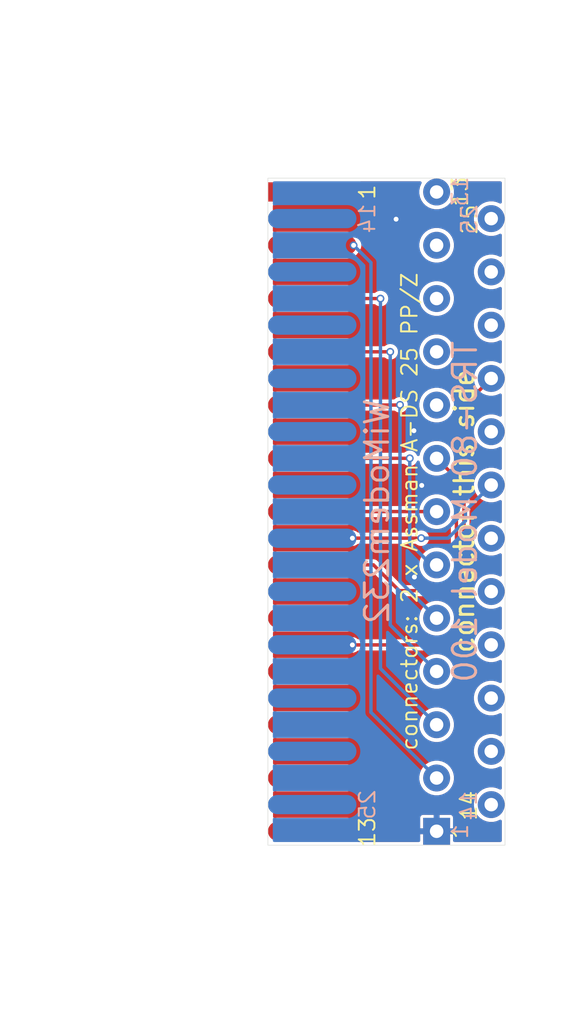
<source format=kicad_pcb>
(kicad_pcb (version 20171130) (host pcbnew 5.1.5-52549c5~84~ubuntu19.04.1)

  (general
    (thickness 1.6)
    (drawings 20)
    (tracks 52)
    (zones 0)
    (modules 2)
    (nets 11)
  )

  (page A4)
  (layers
    (0 F.Cu signal)
    (31 B.Cu signal)
    (32 B.Adhes user hide)
    (33 F.Adhes user hide)
    (34 B.Paste user hide)
    (35 F.Paste user hide)
    (36 B.SilkS user)
    (37 F.SilkS user)
    (38 B.Mask user)
    (39 F.Mask user)
    (40 Dwgs.User user hide)
    (41 Cmts.User user hide)
    (42 Eco1.User user hide)
    (43 Eco2.User user hide)
    (44 Edge.Cuts user)
    (45 Margin user hide)
    (46 B.CrtYd user hide)
    (47 F.CrtYd user hide)
    (48 B.Fab user hide)
    (49 F.Fab user hide)
  )

  (setup
    (last_trace_width 0.25)
    (user_trace_width 0.1778)
    (trace_clearance 0.2)
    (zone_clearance 0.1524)
    (zone_45_only no)
    (trace_min 0.1778)
    (via_size 0.8)
    (via_drill 0.4)
    (via_min_size 0.4064)
    (via_min_drill 0.254)
    (user_via 0.4064 0.254)
    (uvia_size 0.3)
    (uvia_drill 0.1)
    (uvias_allowed no)
    (uvia_min_size 0.1778)
    (uvia_min_drill 0.1)
    (edge_width 0.0254)
    (segment_width 0.2)
    (pcb_text_width 0.3)
    (pcb_text_size 1.5 1.5)
    (mod_edge_width 0.12)
    (mod_text_size 1 1)
    (mod_text_width 0.15)
    (pad_size 1.524 1.524)
    (pad_drill 0.762)
    (pad_to_mask_clearance 0.051)
    (solder_mask_min_width 0.25)
    (aux_axis_origin 0 0)
    (visible_elements FFFFFF7F)
    (pcbplotparams
      (layerselection 0x010fc_ffffffff)
      (usegerberextensions false)
      (usegerberattributes false)
      (usegerberadvancedattributes false)
      (creategerberjobfile false)
      (excludeedgelayer true)
      (linewidth 0.100000)
      (plotframeref false)
      (viasonmask false)
      (mode 1)
      (useauxorigin false)
      (hpglpennumber 1)
      (hpglpenspeed 20)
      (hpglpendiameter 15.000000)
      (psnegative false)
      (psa4output false)
      (plotreference true)
      (plotvalue true)
      (plotinvisibletext false)
      (padsonsilk false)
      (subtractmaskfromsilk false)
      (outputformat 1)
      (mirror false)
      (drillshape 1)
      (scaleselection 1)
      (outputdirectory ""))
  )

  (net 0 "")
  (net 1 /RI)
  (net 2 /DTR)
  (net 3 /DCD)
  (net 4 /SG)
  (net 5 /DSR)
  (net 6 /CTS)
  (net 7 /RTS)
  (net 8 /RXD)
  (net 9 /TXD)
  (net 10 GND)

  (net_class Default "This is the default net class."
    (clearance 0.2)
    (trace_width 0.25)
    (via_dia 0.8)
    (via_drill 0.4)
    (uvia_dia 0.3)
    (uvia_drill 0.1)
    (add_net /CTS)
    (add_net /DCD)
    (add_net /DSR)
    (add_net /DTR)
    (add_net /RI)
    (add_net /RTS)
    (add_net /RXD)
    (add_net /SG)
    (add_net /TXD)
    (add_net GND)
  )

  (module Connector_Dsub:DSUB-25_Male_EdgeMount_P2.77mm (layer F.Cu) (tedit 5F051E1F) (tstamp 5F04C3BF)
    (at 137.25 96.42 270)
    (descr "25-pin D-Sub connector, solder-cups edge-mounted, male, x-pin-pitch 2.77mm, distance of mounting holes 47.1mm, see https://disti-assets.s3.amazonaws.com/tonar/files/datasheets/16730.pdf")
    (tags "25-pin D-Sub connector edge mount solder cup male x-pin-pitch 2.77mm mounting holes distance 47.1mm")
    (path /5F05138A)
    (attr smd)
    (fp_text reference J1 (at -15.267 -0.4688 270) (layer F.SilkS) hide
      (effects (font (size 1 1) (thickness 0.15)))
    )
    (fp_text value DB25_Male (at 0 16.69 270) (layer F.Fab)
      (effects (font (size 1 1) (thickness 0.15)))
    )
    (fp_text user "PCB edge" (at -21.55 1.323333 270) (layer Dwgs.User)
      (effects (font (size 0.5 0.5) (thickness 0.075)))
    )
    (fp_text user %R (at 0 3.39 270) (layer F.Fab)
      (effects (font (size 1 1) (thickness 0.15)))
    )
    (fp_line (start 19.15 9.69) (end -19.15 9.69) (layer F.Fab) (width 0.1))
    (fp_line (start 19.15 15.69) (end 19.15 9.69) (layer F.Fab) (width 0.1))
    (fp_line (start -19.15 15.69) (end 19.15 15.69) (layer F.Fab) (width 0.1))
    (fp_line (start -19.15 9.69) (end -19.15 15.69) (layer F.Fab) (width 0.1))
    (fp_line (start 26.55 9.29) (end -26.55 9.29) (layer F.Fab) (width 0.1))
    (fp_line (start 26.55 9.69) (end 26.55 9.29) (layer F.Fab) (width 0.1))
    (fp_line (start -26.55 9.69) (end 26.55 9.69) (layer F.Fab) (width 0.1))
    (fp_line (start -26.55 9.29) (end -26.55 9.69) (layer F.Fab) (width 0.1))
    (fp_line (start 19.55 4.79) (end -19.55 4.79) (layer F.Fab) (width 0.1))
    (fp_line (start 19.55 9.29) (end 19.55 4.79) (layer F.Fab) (width 0.1))
    (fp_line (start -19.55 9.29) (end 19.55 9.29) (layer F.Fab) (width 0.1))
    (fp_line (start -19.55 4.79) (end -19.55 9.29) (layer F.Fab) (width 0.1))
    (fp_line (start 18.55 1.99) (end -18.55 1.99) (layer F.Fab) (width 0.1))
    (fp_line (start 18.55 4.79) (end 18.55 1.99) (layer F.Fab) (width 0.1))
    (fp_line (start -18.55 4.79) (end 18.55 4.79) (layer F.Fab) (width 0.1))
    (fp_line (start -18.55 1.99) (end -18.55 4.79) (layer F.Fab) (width 0.1))
    (fp_line (start 15.835 -0.91) (end 14.635 -0.91) (layer B.Fab) (width 0.1))
    (fp_line (start 15.835 1.99) (end 15.835 -0.91) (layer B.Fab) (width 0.1))
    (fp_line (start 14.635 1.99) (end 15.835 1.99) (layer B.Fab) (width 0.1))
    (fp_line (start 14.635 -0.91) (end 14.635 1.99) (layer B.Fab) (width 0.1))
    (fp_line (start 13.065 -0.91) (end 11.865 -0.91) (layer B.Fab) (width 0.1))
    (fp_line (start 13.065 1.99) (end 13.065 -0.91) (layer B.Fab) (width 0.1))
    (fp_line (start 11.865 1.99) (end 13.065 1.99) (layer B.Fab) (width 0.1))
    (fp_line (start 11.865 -0.91) (end 11.865 1.99) (layer B.Fab) (width 0.1))
    (fp_line (start 10.295 -0.91) (end 9.095 -0.91) (layer B.Fab) (width 0.1))
    (fp_line (start 10.295 1.99) (end 10.295 -0.91) (layer B.Fab) (width 0.1))
    (fp_line (start 9.095 1.99) (end 10.295 1.99) (layer B.Fab) (width 0.1))
    (fp_line (start 9.095 -0.91) (end 9.095 1.99) (layer B.Fab) (width 0.1))
    (fp_line (start 7.525 -0.91) (end 6.325 -0.91) (layer B.Fab) (width 0.1))
    (fp_line (start 7.525 1.99) (end 7.525 -0.91) (layer B.Fab) (width 0.1))
    (fp_line (start 6.325 1.99) (end 7.525 1.99) (layer B.Fab) (width 0.1))
    (fp_line (start 6.325 -0.91) (end 6.325 1.99) (layer B.Fab) (width 0.1))
    (fp_line (start 4.755 -0.91) (end 3.555 -0.91) (layer B.Fab) (width 0.1))
    (fp_line (start 4.755 1.99) (end 4.755 -0.91) (layer B.Fab) (width 0.1))
    (fp_line (start 3.555 1.99) (end 4.755 1.99) (layer B.Fab) (width 0.1))
    (fp_line (start 3.555 -0.91) (end 3.555 1.99) (layer B.Fab) (width 0.1))
    (fp_line (start 1.985 -0.91) (end 0.785 -0.91) (layer B.Fab) (width 0.1))
    (fp_line (start 1.985 1.99) (end 1.985 -0.91) (layer B.Fab) (width 0.1))
    (fp_line (start 0.785 1.99) (end 1.985 1.99) (layer B.Fab) (width 0.1))
    (fp_line (start 0.785 -0.91) (end 0.785 1.99) (layer B.Fab) (width 0.1))
    (fp_line (start -0.785 -0.91) (end -1.985 -0.91) (layer B.Fab) (width 0.1))
    (fp_line (start -0.785 1.99) (end -0.785 -0.91) (layer B.Fab) (width 0.1))
    (fp_line (start -1.985 1.99) (end -0.785 1.99) (layer B.Fab) (width 0.1))
    (fp_line (start -1.985 -0.91) (end -1.985 1.99) (layer B.Fab) (width 0.1))
    (fp_line (start -3.555 -0.91) (end -4.755 -0.91) (layer B.Fab) (width 0.1))
    (fp_line (start -3.555 1.99) (end -3.555 -0.91) (layer B.Fab) (width 0.1))
    (fp_line (start -4.755 1.99) (end -3.555 1.99) (layer B.Fab) (width 0.1))
    (fp_line (start -4.755 -0.91) (end -4.755 1.99) (layer B.Fab) (width 0.1))
    (fp_line (start -6.325 -0.91) (end -7.525 -0.91) (layer B.Fab) (width 0.1))
    (fp_line (start -6.325 1.99) (end -6.325 -0.91) (layer B.Fab) (width 0.1))
    (fp_line (start -7.525 1.99) (end -6.325 1.99) (layer B.Fab) (width 0.1))
    (fp_line (start -7.525 -0.91) (end -7.525 1.99) (layer B.Fab) (width 0.1))
    (fp_line (start -9.095 -0.91) (end -10.295 -0.91) (layer B.Fab) (width 0.1))
    (fp_line (start -9.095 1.99) (end -9.095 -0.91) (layer B.Fab) (width 0.1))
    (fp_line (start -10.295 1.99) (end -9.095 1.99) (layer B.Fab) (width 0.1))
    (fp_line (start -10.295 -0.91) (end -10.295 1.99) (layer B.Fab) (width 0.1))
    (fp_line (start -11.865 -0.91) (end -13.065 -0.91) (layer B.Fab) (width 0.1))
    (fp_line (start -11.865 1.99) (end -11.865 -0.91) (layer B.Fab) (width 0.1))
    (fp_line (start -13.065 1.99) (end -11.865 1.99) (layer B.Fab) (width 0.1))
    (fp_line (start -13.065 -0.91) (end -13.065 1.99) (layer B.Fab) (width 0.1))
    (fp_line (start -14.635 -0.91) (end -15.835 -0.91) (layer B.Fab) (width 0.1))
    (fp_line (start -14.635 1.99) (end -14.635 -0.91) (layer B.Fab) (width 0.1))
    (fp_line (start -15.835 1.99) (end -14.635 1.99) (layer B.Fab) (width 0.1))
    (fp_line (start -15.835 -0.91) (end -15.835 1.99) (layer B.Fab) (width 0.1))
    (fp_line (start 17.22 -0.91) (end 16.02 -0.91) (layer F.Fab) (width 0.1))
    (fp_line (start 17.22 1.99) (end 17.22 -0.91) (layer F.Fab) (width 0.1))
    (fp_line (start 16.02 1.99) (end 17.22 1.99) (layer F.Fab) (width 0.1))
    (fp_line (start 16.02 -0.91) (end 16.02 1.99) (layer F.Fab) (width 0.1))
    (fp_line (start 14.45 -0.91) (end 13.25 -0.91) (layer F.Fab) (width 0.1))
    (fp_line (start 14.45 1.99) (end 14.45 -0.91) (layer F.Fab) (width 0.1))
    (fp_line (start 13.25 1.99) (end 14.45 1.99) (layer F.Fab) (width 0.1))
    (fp_line (start 13.25 -0.91) (end 13.25 1.99) (layer F.Fab) (width 0.1))
    (fp_line (start 11.68 -0.91) (end 10.48 -0.91) (layer F.Fab) (width 0.1))
    (fp_line (start 11.68 1.99) (end 11.68 -0.91) (layer F.Fab) (width 0.1))
    (fp_line (start 10.48 1.99) (end 11.68 1.99) (layer F.Fab) (width 0.1))
    (fp_line (start 10.48 -0.91) (end 10.48 1.99) (layer F.Fab) (width 0.1))
    (fp_line (start 8.91 -0.91) (end 7.71 -0.91) (layer F.Fab) (width 0.1))
    (fp_line (start 8.91 1.99) (end 8.91 -0.91) (layer F.Fab) (width 0.1))
    (fp_line (start 7.71 1.99) (end 8.91 1.99) (layer F.Fab) (width 0.1))
    (fp_line (start 7.71 -0.91) (end 7.71 1.99) (layer F.Fab) (width 0.1))
    (fp_line (start 6.14 -0.91) (end 4.94 -0.91) (layer F.Fab) (width 0.1))
    (fp_line (start 6.14 1.99) (end 6.14 -0.91) (layer F.Fab) (width 0.1))
    (fp_line (start 4.94 1.99) (end 6.14 1.99) (layer F.Fab) (width 0.1))
    (fp_line (start 4.94 -0.91) (end 4.94 1.99) (layer F.Fab) (width 0.1))
    (fp_line (start 3.37 -0.91) (end 2.17 -0.91) (layer F.Fab) (width 0.1))
    (fp_line (start 3.37 1.99) (end 3.37 -0.91) (layer F.Fab) (width 0.1))
    (fp_line (start 2.17 1.99) (end 3.37 1.99) (layer F.Fab) (width 0.1))
    (fp_line (start 2.17 -0.91) (end 2.17 1.99) (layer F.Fab) (width 0.1))
    (fp_line (start 0.6 -0.91) (end -0.6 -0.91) (layer F.Fab) (width 0.1))
    (fp_line (start 0.6 1.99) (end 0.6 -0.91) (layer F.Fab) (width 0.1))
    (fp_line (start -0.6 1.99) (end 0.6 1.99) (layer F.Fab) (width 0.1))
    (fp_line (start -0.6 -0.91) (end -0.6 1.99) (layer F.Fab) (width 0.1))
    (fp_line (start -2.17 -0.91) (end -3.37 -0.91) (layer F.Fab) (width 0.1))
    (fp_line (start -2.17 1.99) (end -2.17 -0.91) (layer F.Fab) (width 0.1))
    (fp_line (start -3.37 1.99) (end -2.17 1.99) (layer F.Fab) (width 0.1))
    (fp_line (start -3.37 -0.91) (end -3.37 1.99) (layer F.Fab) (width 0.1))
    (fp_line (start -4.94 -0.91) (end -6.14 -0.91) (layer F.Fab) (width 0.1))
    (fp_line (start -4.94 1.99) (end -4.94 -0.91) (layer F.Fab) (width 0.1))
    (fp_line (start -6.14 1.99) (end -4.94 1.99) (layer F.Fab) (width 0.1))
    (fp_line (start -6.14 -0.91) (end -6.14 1.99) (layer F.Fab) (width 0.1))
    (fp_line (start -7.71 -0.91) (end -8.91 -0.91) (layer F.Fab) (width 0.1))
    (fp_line (start -7.71 1.99) (end -7.71 -0.91) (layer F.Fab) (width 0.1))
    (fp_line (start -8.91 1.99) (end -7.71 1.99) (layer F.Fab) (width 0.1))
    (fp_line (start -8.91 -0.91) (end -8.91 1.99) (layer F.Fab) (width 0.1))
    (fp_line (start -10.48 -0.91) (end -11.68 -0.91) (layer F.Fab) (width 0.1))
    (fp_line (start -10.48 1.99) (end -10.48 -0.91) (layer F.Fab) (width 0.1))
    (fp_line (start -11.68 1.99) (end -10.48 1.99) (layer F.Fab) (width 0.1))
    (fp_line (start -11.68 -0.91) (end -11.68 1.99) (layer F.Fab) (width 0.1))
    (fp_line (start -13.25 -0.91) (end -14.45 -0.91) (layer F.Fab) (width 0.1))
    (fp_line (start -13.25 1.99) (end -13.25 -0.91) (layer F.Fab) (width 0.1))
    (fp_line (start -14.45 1.99) (end -13.25 1.99) (layer F.Fab) (width 0.1))
    (fp_line (start -14.45 -0.91) (end -14.45 1.99) (layer F.Fab) (width 0.1))
    (fp_line (start -16.02 -0.91) (end -17.22 -0.91) (layer F.Fab) (width 0.1))
    (fp_line (start -16.02 1.99) (end -16.02 -0.91) (layer F.Fab) (width 0.1))
    (fp_line (start -17.22 1.99) (end -16.02 1.99) (layer F.Fab) (width 0.1))
    (fp_line (start -17.22 -0.91) (end -17.22 1.99) (layer F.Fab) (width 0.1))
    (pad 25 smd oval (at 15.235 -0.5 270) (size 1 4.6) (layers B.Cu B.Paste B.Mask))
    (pad 24 smd oval (at 12.465 -0.5 270) (size 1 4.6) (layers B.Cu B.Paste B.Mask))
    (pad 23 smd oval (at 9.695 -0.5 270) (size 1 4.6) (layers B.Cu B.Paste B.Mask))
    (pad 22 smd oval (at 6.925 -0.5 270) (size 1 4.6) (layers B.Cu B.Paste B.Mask)
      (net 1 /RI))
    (pad 21 smd oval (at 4.155 -0.5 270) (size 1 4.6) (layers B.Cu B.Paste B.Mask))
    (pad 20 smd oval (at 1.385 -0.5 270) (size 1 4.6) (layers B.Cu B.Paste B.Mask)
      (net 2 /DTR))
    (pad 19 smd oval (at -1.385 -0.5 270) (size 1 4.6) (layers B.Cu B.Paste B.Mask))
    (pad 18 smd oval (at -4.155 -0.5 270) (size 1 4.6) (layers B.Cu B.Paste B.Mask))
    (pad 17 smd oval (at -6.925 -0.5 270) (size 1 4.6) (layers B.Cu B.Paste B.Mask))
    (pad 16 smd oval (at -9.695 -0.5 270) (size 1 4.6) (layers B.Cu B.Paste B.Mask))
    (pad 15 smd oval (at -12.465 -0.5 270) (size 1 4.6) (layers B.Cu B.Paste B.Mask))
    (pad 14 smd oval (at -15.235 -0.5 270) (size 1 4.6) (layers B.Cu B.Paste B.Mask))
    (pad 13 smd oval (at 16.62 -0.5 270) (size 1 4.6) (layers F.Cu F.Paste F.Mask))
    (pad 12 smd oval (at 13.85 -0.5 270) (size 1 4.6) (layers F.Cu F.Paste F.Mask))
    (pad 11 smd oval (at 11.08 -0.5 270) (size 1 4.6) (layers F.Cu F.Paste F.Mask))
    (pad 10 smd oval (at 8.31 -0.5 270) (size 1 4.6) (layers F.Cu F.Paste F.Mask))
    (pad 9 smd oval (at 5.54 -0.5 270) (size 1 4.6) (layers F.Cu F.Paste F.Mask))
    (pad 8 smd oval (at 2.77 -0.5 270) (size 1 4.6) (layers F.Cu F.Paste F.Mask)
      (net 3 /DCD))
    (pad 7 smd oval (at 0 -0.5 270) (size 1 4.6) (layers F.Cu F.Paste F.Mask)
      (net 4 /SG))
    (pad 6 smd oval (at -2.77 -0.5 270) (size 1 4.6) (layers F.Cu F.Paste F.Mask)
      (net 5 /DSR))
    (pad 5 smd oval (at -5.54 -0.5 270) (size 1 4.6) (layers F.Cu F.Paste F.Mask)
      (net 6 /CTS))
    (pad 4 smd oval (at -8.31 -0.5 270) (size 1 4.6) (layers F.Cu F.Paste F.Mask)
      (net 7 /RTS))
    (pad 3 smd oval (at -11.08 -0.5 270) (size 1 4.6) (layers F.Cu F.Paste F.Mask)
      (net 8 /RXD))
    (pad 2 smd oval (at -13.85 -0.5 270) (size 1 4.6) (layers F.Cu F.Paste F.Mask)
      (net 9 /TXD))
    (pad 1 smd rect (at -16.62 -0.5 270) (size 1 4.6) (layers F.Cu F.Paste F.Mask)
      (net 10 GND))
    (model ${KIPRJMOD}/_LOCAL.3dshapes/connector_a-ds_25_pp_z.stp
      (offset (xyz 0 -8.199999999999999 -0.87))
      (scale (xyz 1 1 1))
      (rotate (xyz -90 0 0))
    )
  )

  (module Connector_Dsub:DSUB-25_Male_Vertical_P2.77x2.84mm (layer F.Cu) (tedit 5F0515BF) (tstamp 5F04C404)
    (at 144.2212 113.0427 90)
    (descr "25-pin D-Sub connector, straight/vertical, THT-mount, male, pitch 2.77x2.84mm, distance of mounting holes 47.1mm, see https://disti-assets.s3.amazonaws.com/tonar/files/datasheets/16730.pdf")
    (tags "25-pin D-Sub connector straight vertical THT male pitch 2.77x2.84mm mounting holes distance 47.1mm")
    (path /5F04B532)
    (fp_text reference J2 (at 1.4605 1.2827 270) (layer F.SilkS) hide
      (effects (font (size 1 1) (thickness 0.15)))
    )
    (fp_text value DB25_Male (at 16.62 8.73 270) (layer F.Fab)
      (effects (font (size 1 1) (thickness 0.15)))
    )
    (fp_text user %R (at 16.62 1.42 270) (layer F.Fab)
      (effects (font (size 1 1) (thickness 0.15)))
    )
    (fp_line (start -2.198887 -0.852163) (end -1.299619 4.247837) (layer F.Fab) (width 0.1))
    (fp_line (start 35.438887 -0.852163) (end 34.539619 4.247837) (layer F.Fab) (width 0.1))
    (fp_line (start 0.276073 5.57) (end 32.963927 5.57) (layer F.Fab) (width 0.1))
    (fp_line (start -0.623194 -2.73) (end 33.863194 -2.73) (layer F.Fab) (width 0.1))
    (fp_line (start -9.93 6.67) (end -9.93 -3.83) (layer F.Fab) (width 0.1))
    (fp_line (start 42.17 7.67) (end -8.93 7.67) (layer F.Fab) (width 0.1))
    (fp_line (start 43.17 -3.83) (end 43.17 6.67) (layer F.Fab) (width 0.1))
    (fp_line (start -8.93 -4.83) (end 42.17 -4.83) (layer F.Fab) (width 0.1))
    (fp_arc (start 32.963927 3.97) (end 32.963927 5.57) (angle -80) (layer F.Fab) (width 0.1))
    (fp_arc (start 0.276073 3.97) (end 0.276073 5.57) (angle 80) (layer F.Fab) (width 0.1))
    (fp_arc (start 33.863194 -1.13) (end 33.863194 -2.73) (angle 100) (layer F.Fab) (width 0.1))
    (fp_arc (start -0.623194 -1.13) (end -0.623194 -2.73) (angle -100) (layer F.Fab) (width 0.1))
    (fp_arc (start 42.17 6.67) (end 43.17 6.67) (angle 90) (layer F.Fab) (width 0.1))
    (fp_arc (start -8.93 6.67) (end -9.93 6.67) (angle -90) (layer F.Fab) (width 0.1))
    (fp_arc (start 42.17 -3.83) (end 42.17 -4.83) (angle 90) (layer F.Fab) (width 0.1))
    (fp_arc (start -8.93 -3.83) (end -9.93 -3.83) (angle 90) (layer F.Fab) (width 0.1))
    (pad 25 thru_hole circle (at 31.855 2.84 90) (size 1.4 1.4) (drill 0.7) (layers *.Cu *.Mask))
    (pad 24 thru_hole circle (at 29.085 2.84 90) (size 1.4 1.4) (drill 0.7) (layers *.Cu *.Mask))
    (pad 23 thru_hole circle (at 26.315 2.84 90) (size 1.4 1.4) (drill 0.7) (layers *.Cu *.Mask))
    (pad 22 thru_hole circle (at 23.545 2.84 90) (size 1.4 1.4) (drill 0.7) (layers *.Cu *.Mask)
      (net 1 /RI))
    (pad 21 thru_hole circle (at 20.775 2.84 90) (size 1.4 1.4) (drill 0.7) (layers *.Cu *.Mask))
    (pad 20 thru_hole circle (at 18.005 2.84 90) (size 1.4 1.4) (drill 0.7) (layers *.Cu *.Mask)
      (net 2 /DTR))
    (pad 19 thru_hole circle (at 15.235 2.84 90) (size 1.4 1.4) (drill 0.7) (layers *.Cu *.Mask))
    (pad 18 thru_hole circle (at 12.465 2.84 90) (size 1.4 1.4) (drill 0.7) (layers *.Cu *.Mask))
    (pad 17 thru_hole circle (at 9.695 2.84 90) (size 1.4 1.4) (drill 0.7) (layers *.Cu *.Mask))
    (pad 16 thru_hole circle (at 6.925 2.84 90) (size 1.4 1.4) (drill 0.7) (layers *.Cu *.Mask))
    (pad 15 thru_hole circle (at 4.155 2.84 90) (size 1.4 1.4) (drill 0.7) (layers *.Cu *.Mask))
    (pad 14 thru_hole circle (at 1.385 2.84 90) (size 1.4 1.4) (drill 0.7) (layers *.Cu *.Mask))
    (pad 13 thru_hole circle (at 33.24 0 90) (size 1.4 1.4) (drill 0.7) (layers *.Cu *.Mask))
    (pad 12 thru_hole circle (at 30.47 0 90) (size 1.4 1.4) (drill 0.7) (layers *.Cu *.Mask))
    (pad 11 thru_hole circle (at 27.7 0 90) (size 1.4 1.4) (drill 0.7) (layers *.Cu *.Mask))
    (pad 10 thru_hole circle (at 24.93 0 90) (size 1.4 1.4) (drill 0.7) (layers *.Cu *.Mask))
    (pad 9 thru_hole circle (at 22.16 0 90) (size 1.4 1.4) (drill 0.7) (layers *.Cu *.Mask))
    (pad 8 thru_hole circle (at 19.39 0 90) (size 1.4 1.4) (drill 0.7) (layers *.Cu *.Mask)
      (net 3 /DCD))
    (pad 7 thru_hole circle (at 16.62 0 90) (size 1.4 1.4) (drill 0.7) (layers *.Cu *.Mask)
      (net 4 /SG))
    (pad 6 thru_hole circle (at 13.85 0 90) (size 1.4 1.4) (drill 0.7) (layers *.Cu *.Mask)
      (net 5 /DSR))
    (pad 5 thru_hole circle (at 11.08 0 90) (size 1.4 1.4) (drill 0.7) (layers *.Cu *.Mask)
      (net 6 /CTS))
    (pad 4 thru_hole circle (at 8.31 0 90) (size 1.4 1.4) (drill 0.7) (layers *.Cu *.Mask)
      (net 7 /RTS))
    (pad 3 thru_hole circle (at 5.54 0 90) (size 1.4 1.4) (drill 0.7) (layers *.Cu *.Mask)
      (net 8 /RXD))
    (pad 2 thru_hole circle (at 2.77 0 90) (size 1.4 1.4) (drill 0.7) (layers *.Cu *.Mask)
      (net 9 /TXD))
    (pad 1 thru_hole rect (at 0 0 90) (size 1.4 1.4) (drill 0.7) (layers *.Cu *.Mask)
      (net 10 GND))
    (model _${KISYS3DMOD}/Connector_Dsub.3dshapes/DSUB-25_Male_Vertical_P2.77x2.84mm.wrl
      (at (xyz 0 0 0))
      (scale (xyz 1 1 1))
      (rotate (xyz 0 0 0))
    )
    (model ${KIPRJMOD}/_LOCAL.3dshapes/connector_a-ds_25_pp_z.stp
      (offset (xyz 16.625 -1.42 6.3))
      (scale (xyz 1 1 1))
      (rotate (xyz 0 0 0))
    )
  )

  (gr_text 25 (at 145.923 81.2292 90) (layer B.SilkS) (tstamp 5F067558)
    (effects (font (size 0.8128 0.8128) (thickness 0.1016)) (justify mirror))
  )
  (gr_text 13 (at 145.4404 79.7814 90) (layer B.SilkS) (tstamp 5F067527)
    (effects (font (size 0.8128 0.8128) (thickness 0.1016)) (justify mirror))
  )
  (gr_text 14 (at 145.8976 111.7092 90) (layer B.SilkS) (tstamp 5F0674F6)
    (effects (font (size 0.8128 0.8128) (thickness 0.1016)) (justify mirror))
  )
  (gr_text 1 (at 145.4404 113.0554 90) (layer B.SilkS) (tstamp 5F0674C5)
    (effects (font (size 0.8128 0.8128) (thickness 0.1016)) (justify mirror))
  )
  (gr_text 25 (at 140.6144 111.6584 90) (layer B.SilkS) (tstamp 5F067404)
    (effects (font (size 0.8128 0.8128) (thickness 0.1016)) (justify mirror))
  )
  (gr_text 14 (at 140.6144 81.1784 90) (layer B.SilkS) (tstamp 5F0673D3)
    (effects (font (size 0.8128 0.8128) (thickness 0.1016)) (justify mirror))
  )
  (gr_text 13 (at 140.6144 113.0808 90) (layer F.SilkS) (tstamp 5F0673A3)
    (effects (font (size 0.8128 0.8128) (thickness 0.1016)))
  )
  (gr_text 1 (at 140.6144 79.8068 90) (layer F.SilkS) (tstamp 5F067373)
    (effects (font (size 0.8128 0.8128) (thickness 0.1016)))
  )
  (gr_text 25 (at 145.923 81.2292 90) (layer F.SilkS) (tstamp 5F066EFE)
    (effects (font (size 0.8128 0.8128) (thickness 0.1016)))
  )
  (gr_text 14 (at 145.8976 111.7092 90) (layer F.SilkS) (tstamp 5F066EF9)
    (effects (font (size 0.8128 0.8128) (thickness 0.1016)))
  )
  (gr_text 13 (at 145.4404 79.7814 90) (layer F.SilkS) (tstamp 5F066E9A)
    (effects (font (size 0.8128 0.8128) (thickness 0.1016)))
  )
  (gr_text 1 (at 145.4404 113.0554 90) (layer F.SilkS)
    (effects (font (size 0.8128 0.8128) (thickness 0.1016)))
  )
  (gr_text "connectors: 2 x Assman A-DS 25 PP/Z" (at 142.8115 96.4184 90) (layer F.SilkS)
    (effects (font (size 0.8128 0.8128) (thickness 0.1016)))
  )
  (gr_text "connector this side" (at 145.6563 96.4057 90) (layer F.SilkS)
    (effects (font (size 1 1) (thickness 0.15)))
  )
  (gr_text "TRS-80 Model 100" (at 145.6944 96.4311 90) (layer B.SilkS) (tstamp 5F05D148)
    (effects (font (size 1.2192 1.2192) (thickness 0.1524)) (justify mirror))
  )
  (gr_text WiModem232 (at 141.1224 96.4057 90) (layer B.SilkS)
    (effects (font (size 1.2192 1.2192) (thickness 0.1524)) (justify mirror))
  )
  (gr_line (start 135.4455 113.7666) (end 147.7772 113.7666) (layer Edge.Cuts) (width 0.0254))
  (gr_line (start 135.4455 79.0829) (end 135.4455 113.7666) (layer Edge.Cuts) (width 0.0254))
  (gr_line (start 135.4455 79.0829) (end 147.7772 79.0829) (layer Edge.Cuts) (width 0.0254) (tstamp 5F0644F6))
  (gr_line (start 147.7772 113.7666) (end 147.7772 79.0829) (layer Edge.Cuts) (width 0.0254))

  (via (at 139.8397 103.3526) (size 0.4064) (drill 0.254) (layers F.Cu B.Cu) (net 1))
  (segment (start 144.8054 103.3526) (end 139.8397 103.3526) (width 0.1778) (layer F.Cu) (net 1))
  (segment (start 145.6436 90.9193) (end 145.6436 102.5144) (width 0.1778) (layer F.Cu) (net 1))
  (segment (start 147.0612 89.4977) (end 147.0612 89.5017) (width 0.1778) (layer F.Cu) (net 1))
  (segment (start 145.6436 102.5144) (end 144.8054 103.3526) (width 0.1778) (layer F.Cu) (net 1))
  (segment (start 147.0612 89.5017) (end 145.6436 90.9193) (width 0.1778) (layer F.Cu) (net 1))
  (via (at 139.8397 97.8027) (size 0.4064) (drill 0.254) (layers F.Cu B.Cu) (net 2))
  (via (at 143.4211 97.8027) (size 0.4064) (drill 0.254) (layers F.Cu B.Cu) (net 2))
  (segment (start 145.7198 96.3791) (end 147.0612 95.0377) (width 0.1778) (layer B.Cu) (net 2))
  (segment (start 144.8181 97.8027) (end 145.7198 96.901) (width 0.1778) (layer B.Cu) (net 2))
  (segment (start 143.4211 97.8027) (end 139.8397 97.8027) (width 0.1778) (layer F.Cu) (net 2))
  (segment (start 143.4211 97.8027) (end 144.8181 97.8027) (width 0.1778) (layer B.Cu) (net 2))
  (segment (start 145.7198 96.901) (end 145.7198 96.3791) (width 0.1778) (layer B.Cu) (net 2))
  (segment (start 145.2499 94.6814) (end 144.2212 93.6527) (width 0.1778) (layer F.Cu) (net 3))
  (segment (start 140.9349 99.19) (end 142.2781 100.5332) (width 0.1778) (layer F.Cu) (net 3))
  (segment (start 142.2781 100.5332) (end 144.5641 100.5332) (width 0.1778) (layer F.Cu) (net 3))
  (segment (start 138.52 99.19) (end 140.9349 99.19) (width 0.1778) (layer F.Cu) (net 3))
  (segment (start 145.2499 99.8474) (end 145.2499 94.6814) (width 0.1778) (layer F.Cu) (net 3))
  (segment (start 144.5641 100.5332) (end 145.2499 99.8474) (width 0.1778) (layer F.Cu) (net 3))
  (segment (start 144.2185 96.42) (end 144.2212 96.4227) (width 0.1778) (layer F.Cu) (net 4))
  (segment (start 138.52 96.42) (end 144.2185 96.42) (width 0.1778) (layer F.Cu) (net 4))
  (segment (start 142.8242 93.6498) (end 142.824 93.65) (width 0.1778) (layer F.Cu) (net 5))
  (segment (start 142.824 93.65) (end 138.52 93.65) (width 0.1778) (layer F.Cu) (net 5))
  (via (at 142.8242 93.6498) (size 0.4064) (drill 0.254) (layers F.Cu B.Cu) (net 5))
  (segment (start 143.9475 99.1927) (end 144.2212 99.1927) (width 0.1778) (layer B.Cu) (net 5))
  (segment (start 142.8242 93.6498) (end 142.8242 98.0694) (width 0.1778) (layer B.Cu) (net 5))
  (segment (start 142.8242 98.0694) (end 143.9475 99.1927) (width 0.1778) (layer B.Cu) (net 5))
  (segment (start 142.3162 90.8685) (end 142.3047 90.88) (width 0.1778) (layer F.Cu) (net 6))
  (via (at 142.3162 90.8685) (size 0.4064) (drill 0.254) (layers F.Cu B.Cu) (net 6))
  (segment (start 142.3047 90.88) (end 138.52 90.88) (width 0.1778) (layer F.Cu) (net 6))
  (segment (start 142.3162 100.0577) (end 144.2212 101.9627) (width 0.1778) (layer B.Cu) (net 6))
  (segment (start 142.3162 90.8685) (end 142.3162 100.0577) (width 0.1778) (layer B.Cu) (net 6))
  (segment (start 141.8082 88.1126) (end 138.5226 88.1126) (width 0.1778) (layer F.Cu) (net 7))
  (via (at 141.8082 88.1126) (size 0.4064) (drill 0.254) (layers F.Cu B.Cu) (net 7))
  (segment (start 138.5226 88.1126) (end 138.52 88.11) (width 0.1778) (layer F.Cu) (net 7))
  (segment (start 141.8082 102.3197) (end 144.2212 104.7327) (width 0.1778) (layer B.Cu) (net 7))
  (segment (start 141.8082 88.1126) (end 141.8082 102.3197) (width 0.1778) (layer B.Cu) (net 7))
  (via (at 141.3002 85.344) (size 0.4064) (drill 0.254) (layers F.Cu B.Cu) (net 8))
  (segment (start 139.8778 85.344) (end 141.3002 85.344) (width 0.1778) (layer F.Cu) (net 8))
  (segment (start 141.3002 104.5817) (end 144.2212 107.5027) (width 0.1778) (layer B.Cu) (net 8))
  (segment (start 141.3002 85.344) (end 141.3002 104.5817) (width 0.1778) (layer B.Cu) (net 8))
  (segment (start 144.2212 110.2727) (end 144.2198 110.2727) (width 0.1778) (layer F.Cu) (net 9))
  (segment (start 140.8049 106.8578) (end 140.8049 83.4771) (width 0.1778) (layer B.Cu) (net 9))
  (segment (start 140.8049 83.4771) (end 139.9032 82.5754) (width 0.1778) (layer B.Cu) (net 9))
  (segment (start 139.9032 82.5754) (end 139.9032 82.5754) (width 0.1778) (layer B.Cu) (net 9) (tstamp 5F058C73))
  (via (at 139.9032 82.5754) (size 0.4064) (drill 0.254) (layers F.Cu B.Cu) (net 9))
  (segment (start 140.8063 106.8578) (end 144.2212 110.2727) (width 0.1778) (layer B.Cu) (net 9))
  (segment (start 140.8049 106.8578) (end 140.8063 106.8578) (width 0.1778) (layer B.Cu) (net 9))
  (via (at 143.0655 99.822) (size 0.4064) (drill 0.254) (layers F.Cu B.Cu) (net 10))
  (via (at 142.113 81.2165) (size 0.4064) (drill 0.254) (layers F.Cu B.Cu) (net 10))
  (via (at 143.0401 92.2147) (size 0.4064) (drill 0.254) (layers F.Cu B.Cu) (net 10))
  (via (at 143.4465 95.0595) (size 0.4064) (drill 0.254) (layers F.Cu B.Cu) (net 10))

  (zone (net 10) (net_name GND) (layer F.Cu) (tstamp 0) (hatch edge 0.508)
    (connect_pads (clearance 0.1524))
    (min_thickness 0.1524)
    (fill yes (arc_segments 32) (thermal_gap 0.1524) (thermal_bridge_width 0.3048) (smoothing fillet) (radius 0.0762))
    (polygon
      (pts
        (xy 147.6629 113.6523) (xy 135.7122 113.6523) (xy 135.6995 79.2099) (xy 147.6629 79.2099)
      )
    )
    (filled_polygon
      (pts
        (xy 147.535901 91.410819) (xy 147.523604 91.402603) (xy 147.345947 91.329015) (xy 147.157347 91.2915) (xy 146.965053 91.2915)
        (xy 146.776453 91.329015) (xy 146.598796 91.402603) (xy 146.438909 91.509436) (xy 146.302936 91.645409) (xy 146.196103 91.805296)
        (xy 146.122515 91.982953) (xy 146.085 92.171553) (xy 146.085 92.363847) (xy 146.122515 92.552447) (xy 146.196103 92.730104)
        (xy 146.302936 92.889991) (xy 146.438909 93.025964) (xy 146.598796 93.132797) (xy 146.776453 93.206385) (xy 146.965053 93.2439)
        (xy 147.157347 93.2439) (xy 147.345947 93.206385) (xy 147.523604 93.132797) (xy 147.535901 93.124581) (xy 147.535901 94.180819)
        (xy 147.523604 94.172603) (xy 147.345947 94.099015) (xy 147.157347 94.0615) (xy 146.965053 94.0615) (xy 146.776453 94.099015)
        (xy 146.598796 94.172603) (xy 146.438909 94.279436) (xy 146.302936 94.415409) (xy 146.196103 94.575296) (xy 146.122515 94.752953)
        (xy 146.085 94.941553) (xy 146.085 95.133847) (xy 146.122515 95.322447) (xy 146.196103 95.500104) (xy 146.302936 95.659991)
        (xy 146.438909 95.795964) (xy 146.598796 95.902797) (xy 146.776453 95.976385) (xy 146.965053 96.0139) (xy 147.157347 96.0139)
        (xy 147.345947 95.976385) (xy 147.523604 95.902797) (xy 147.535901 95.894581) (xy 147.5359 96.950819) (xy 147.523604 96.942603)
        (xy 147.345947 96.869015) (xy 147.157347 96.8315) (xy 146.965053 96.8315) (xy 146.776453 96.869015) (xy 146.598796 96.942603)
        (xy 146.438909 97.049436) (xy 146.302936 97.185409) (xy 146.196103 97.345296) (xy 146.122515 97.522953) (xy 146.085 97.711553)
        (xy 146.085 97.903847) (xy 146.122515 98.092447) (xy 146.196103 98.270104) (xy 146.302936 98.429991) (xy 146.438909 98.565964)
        (xy 146.598796 98.672797) (xy 146.776453 98.746385) (xy 146.965053 98.7839) (xy 147.157347 98.7839) (xy 147.345947 98.746385)
        (xy 147.523604 98.672797) (xy 147.5359 98.664581) (xy 147.5359 99.720819) (xy 147.523604 99.712603) (xy 147.345947 99.639015)
        (xy 147.157347 99.6015) (xy 146.965053 99.6015) (xy 146.776453 99.639015) (xy 146.598796 99.712603) (xy 146.438909 99.819436)
        (xy 146.302936 99.955409) (xy 146.196103 100.115296) (xy 146.122515 100.292953) (xy 146.085 100.481553) (xy 146.085 100.673847)
        (xy 146.122515 100.862447) (xy 146.196103 101.040104) (xy 146.302936 101.199991) (xy 146.438909 101.335964) (xy 146.598796 101.442797)
        (xy 146.776453 101.516385) (xy 146.965053 101.5539) (xy 147.157347 101.5539) (xy 147.345947 101.516385) (xy 147.523604 101.442797)
        (xy 147.5359 101.434581) (xy 147.5359 102.490819) (xy 147.523604 102.482603) (xy 147.345947 102.409015) (xy 147.157347 102.3715)
        (xy 146.965053 102.3715) (xy 146.776453 102.409015) (xy 146.598796 102.482603) (xy 146.438909 102.589436) (xy 146.302936 102.725409)
        (xy 146.196103 102.885296) (xy 146.122515 103.062953) (xy 146.085 103.251553) (xy 146.085 103.443847) (xy 146.122515 103.632447)
        (xy 146.196103 103.810104) (xy 146.302936 103.969991) (xy 146.438909 104.105964) (xy 146.598796 104.212797) (xy 146.776453 104.286385)
        (xy 146.965053 104.3239) (xy 147.157347 104.3239) (xy 147.345947 104.286385) (xy 147.523604 104.212797) (xy 147.5359 104.204581)
        (xy 147.5359 105.260819) (xy 147.523604 105.252603) (xy 147.345947 105.179015) (xy 147.157347 105.1415) (xy 146.965053 105.1415)
        (xy 146.776453 105.179015) (xy 146.598796 105.252603) (xy 146.438909 105.359436) (xy 146.302936 105.495409) (xy 146.196103 105.655296)
        (xy 146.122515 105.832953) (xy 146.085 106.021553) (xy 146.085 106.213847) (xy 146.122515 106.402447) (xy 146.196103 106.580104)
        (xy 146.302936 106.739991) (xy 146.438909 106.875964) (xy 146.598796 106.982797) (xy 146.776453 107.056385) (xy 146.965053 107.0939)
        (xy 147.157347 107.0939) (xy 147.345947 107.056385) (xy 147.523604 106.982797) (xy 147.5359 106.974581) (xy 147.5359 108.030819)
        (xy 147.523604 108.022603) (xy 147.345947 107.949015) (xy 147.157347 107.9115) (xy 146.965053 107.9115) (xy 146.776453 107.949015)
        (xy 146.598796 108.022603) (xy 146.438909 108.129436) (xy 146.302936 108.265409) (xy 146.196103 108.425296) (xy 146.122515 108.602953)
        (xy 146.085 108.791553) (xy 146.085 108.983847) (xy 146.122515 109.172447) (xy 146.196103 109.350104) (xy 146.302936 109.509991)
        (xy 146.438909 109.645964) (xy 146.598796 109.752797) (xy 146.776453 109.826385) (xy 146.965053 109.8639) (xy 147.157347 109.8639)
        (xy 147.345947 109.826385) (xy 147.523604 109.752797) (xy 147.5359 109.744581) (xy 147.5359 110.800819) (xy 147.523604 110.792603)
        (xy 147.345947 110.719015) (xy 147.157347 110.6815) (xy 146.965053 110.6815) (xy 146.776453 110.719015) (xy 146.598796 110.792603)
        (xy 146.438909 110.899436) (xy 146.302936 111.035409) (xy 146.196103 111.195296) (xy 146.122515 111.372953) (xy 146.085 111.561553)
        (xy 146.085 111.753847) (xy 146.122515 111.942447) (xy 146.196103 112.120104) (xy 146.302936 112.279991) (xy 146.438909 112.415964)
        (xy 146.598796 112.522797) (xy 146.776453 112.596385) (xy 146.965053 112.6339) (xy 147.157347 112.6339) (xy 147.345947 112.596385)
        (xy 147.523604 112.522797) (xy 147.5359 112.514581) (xy 147.5359 113.5253) (xy 145.150482 113.5253) (xy 145.1498 113.17605)
        (xy 145.09265 113.1189) (xy 144.2974 113.1189) (xy 144.2974 113.1389) (xy 144.145 113.1389) (xy 144.145 113.1189)
        (xy 143.34975 113.1189) (xy 143.2926 113.17605) (xy 143.291918 113.5253) (xy 140.15585 113.5253) (xy 140.198509 113.47332)
        (xy 140.270584 113.338476) (xy 140.314968 113.192162) (xy 140.329955 113.04) (xy 140.314968 112.887838) (xy 140.270584 112.741524)
        (xy 140.198509 112.60668) (xy 140.101511 112.488489) (xy 139.98332 112.391491) (xy 139.892038 112.3427) (xy 143.291494 112.3427)
        (xy 143.2926 112.90935) (xy 143.34975 112.9665) (xy 144.145 112.9665) (xy 144.145 112.17125) (xy 144.2974 112.17125)
        (xy 144.2974 112.9665) (xy 145.09265 112.9665) (xy 145.1498 112.90935) (xy 145.150906 112.3427) (xy 145.146492 112.297887)
        (xy 145.133421 112.254795) (xy 145.112194 112.215082) (xy 145.083627 112.180273) (xy 145.048818 112.151706) (xy 145.009105 112.130479)
        (xy 144.966013 112.117408) (xy 144.9212 112.112994) (xy 144.35455 112.1141) (xy 144.2974 112.17125) (xy 144.145 112.17125)
        (xy 144.08785 112.1141) (xy 143.5212 112.112994) (xy 143.476387 112.117408) (xy 143.433295 112.130479) (xy 143.393582 112.151706)
        (xy 143.358773 112.180273) (xy 143.330206 112.215082) (xy 143.308979 112.254795) (xy 143.295908 112.297887) (xy 143.291494 112.3427)
        (xy 139.892038 112.3427) (xy 139.848476 112.319416) (xy 139.702162 112.275032) (xy 139.588124 112.2638) (xy 135.911876 112.2638)
        (xy 135.797838 112.275032) (xy 135.787893 112.278049) (xy 135.787433 111.031812) (xy 135.797838 111.034968) (xy 135.911876 111.0462)
        (xy 139.588124 111.0462) (xy 139.702162 111.034968) (xy 139.848476 110.990584) (xy 139.98332 110.918509) (xy 140.101511 110.821511)
        (xy 140.198509 110.70332) (xy 140.270584 110.568476) (xy 140.314968 110.422162) (xy 140.329955 110.27) (xy 140.320752 110.176553)
        (xy 143.245 110.176553) (xy 143.245 110.368847) (xy 143.282515 110.557447) (xy 143.356103 110.735104) (xy 143.462936 110.894991)
        (xy 143.598909 111.030964) (xy 143.758796 111.137797) (xy 143.936453 111.211385) (xy 144.125053 111.2489) (xy 144.317347 111.2489)
        (xy 144.505947 111.211385) (xy 144.683604 111.137797) (xy 144.843491 111.030964) (xy 144.979464 110.894991) (xy 145.086297 110.735104)
        (xy 145.159885 110.557447) (xy 145.1974 110.368847) (xy 145.1974 110.176553) (xy 145.159885 109.987953) (xy 145.086297 109.810296)
        (xy 144.979464 109.650409) (xy 144.843491 109.514436) (xy 144.683604 109.407603) (xy 144.505947 109.334015) (xy 144.317347 109.2965)
        (xy 144.125053 109.2965) (xy 143.936453 109.334015) (xy 143.758796 109.407603) (xy 143.598909 109.514436) (xy 143.462936 109.650409)
        (xy 143.356103 109.810296) (xy 143.282515 109.987953) (xy 143.245 110.176553) (xy 140.320752 110.176553) (xy 140.314968 110.117838)
        (xy 140.270584 109.971524) (xy 140.198509 109.83668) (xy 140.101511 109.718489) (xy 139.98332 109.621491) (xy 139.848476 109.549416)
        (xy 139.702162 109.505032) (xy 139.588124 109.4938) (xy 135.911876 109.4938) (xy 135.797838 109.505032) (xy 135.786872 109.508359)
        (xy 135.786412 108.261502) (xy 135.797838 108.264968) (xy 135.911876 108.2762) (xy 139.588124 108.2762) (xy 139.702162 108.264968)
        (xy 139.848476 108.220584) (xy 139.98332 108.148509) (xy 140.101511 108.051511) (xy 140.198509 107.93332) (xy 140.270584 107.798476)
        (xy 140.314968 107.652162) (xy 140.329955 107.5) (xy 140.320752 107.406553) (xy 143.245 107.406553) (xy 143.245 107.598847)
        (xy 143.282515 107.787447) (xy 143.356103 107.965104) (xy 143.462936 108.124991) (xy 143.598909 108.260964) (xy 143.758796 108.367797)
        (xy 143.936453 108.441385) (xy 144.125053 108.4789) (xy 144.317347 108.4789) (xy 144.505947 108.441385) (xy 144.683604 108.367797)
        (xy 144.843491 108.260964) (xy 144.979464 108.124991) (xy 145.086297 107.965104) (xy 145.159885 107.787447) (xy 145.1974 107.598847)
        (xy 145.1974 107.406553) (xy 145.159885 107.217953) (xy 145.086297 107.040296) (xy 144.979464 106.880409) (xy 144.843491 106.744436)
        (xy 144.683604 106.637603) (xy 144.505947 106.564015) (xy 144.317347 106.5265) (xy 144.125053 106.5265) (xy 143.936453 106.564015)
        (xy 143.758796 106.637603) (xy 143.598909 106.744436) (xy 143.462936 106.880409) (xy 143.356103 107.040296) (xy 143.282515 107.217953)
        (xy 143.245 107.406553) (xy 140.320752 107.406553) (xy 140.314968 107.347838) (xy 140.270584 107.201524) (xy 140.198509 107.06668)
        (xy 140.101511 106.948489) (xy 139.98332 106.851491) (xy 139.848476 106.779416) (xy 139.702162 106.735032) (xy 139.588124 106.7238)
        (xy 135.911876 106.7238) (xy 135.797838 106.735032) (xy 135.785851 106.738668) (xy 135.785391 105.491192) (xy 135.797838 105.494968)
        (xy 135.911876 105.5062) (xy 139.588124 105.5062) (xy 139.702162 105.494968) (xy 139.848476 105.450584) (xy 139.98332 105.378509)
        (xy 140.101511 105.281511) (xy 140.198509 105.16332) (xy 140.270584 105.028476) (xy 140.314968 104.882162) (xy 140.329955 104.73)
        (xy 140.320752 104.636553) (xy 143.245 104.636553) (xy 143.245 104.828847) (xy 143.282515 105.017447) (xy 143.356103 105.195104)
        (xy 143.462936 105.354991) (xy 143.598909 105.490964) (xy 143.758796 105.597797) (xy 143.936453 105.671385) (xy 144.125053 105.7089)
        (xy 144.317347 105.7089) (xy 144.505947 105.671385) (xy 144.683604 105.597797) (xy 144.843491 105.490964) (xy 144.979464 105.354991)
        (xy 145.086297 105.195104) (xy 145.159885 105.017447) (xy 145.1974 104.828847) (xy 145.1974 104.636553) (xy 145.159885 104.447953)
        (xy 145.086297 104.270296) (xy 144.979464 104.110409) (xy 144.843491 103.974436) (xy 144.683604 103.867603) (xy 144.505947 103.794015)
        (xy 144.317347 103.7565) (xy 144.125053 103.7565) (xy 143.936453 103.794015) (xy 143.758796 103.867603) (xy 143.598909 103.974436)
        (xy 143.462936 104.110409) (xy 143.356103 104.270296) (xy 143.282515 104.447953) (xy 143.245 104.636553) (xy 140.320752 104.636553)
        (xy 140.314968 104.577838) (xy 140.270584 104.431524) (xy 140.198509 104.29668) (xy 140.101511 104.178489) (xy 139.98332 104.081491)
        (xy 139.848476 104.009416) (xy 139.702162 103.965032) (xy 139.588124 103.9538) (xy 135.911876 103.9538) (xy 135.797838 103.965032)
        (xy 135.784829 103.968978) (xy 135.784369 102.720882) (xy 135.797838 102.724968) (xy 135.911876 102.7362) (xy 139.588124 102.7362)
        (xy 139.702162 102.724968) (xy 139.848476 102.680584) (xy 139.98332 102.608509) (xy 140.101511 102.511511) (xy 140.198509 102.39332)
        (xy 140.270584 102.258476) (xy 140.314968 102.112162) (xy 140.329955 101.96) (xy 140.320752 101.866553) (xy 143.245 101.866553)
        (xy 143.245 102.058847) (xy 143.282515 102.247447) (xy 143.356103 102.425104) (xy 143.462936 102.584991) (xy 143.598909 102.720964)
        (xy 143.758796 102.827797) (xy 143.936453 102.901385) (xy 144.125053 102.9389) (xy 144.317347 102.9389) (xy 144.505947 102.901385)
        (xy 144.683604 102.827797) (xy 144.843491 102.720964) (xy 144.979464 102.584991) (xy 145.086297 102.425104) (xy 145.159885 102.247447)
        (xy 145.1974 102.058847) (xy 145.1974 101.866553) (xy 145.159885 101.677953) (xy 145.086297 101.500296) (xy 144.979464 101.340409)
        (xy 144.843491 101.204436) (xy 144.683604 101.097603) (xy 144.505947 101.024015) (xy 144.317347 100.9865) (xy 144.125053 100.9865)
        (xy 143.936453 101.024015) (xy 143.758796 101.097603) (xy 143.598909 101.204436) (xy 143.462936 101.340409) (xy 143.356103 101.500296)
        (xy 143.282515 101.677953) (xy 143.245 101.866553) (xy 140.320752 101.866553) (xy 140.314968 101.807838) (xy 140.270584 101.661524)
        (xy 140.198509 101.52668) (xy 140.101511 101.408489) (xy 139.98332 101.311491) (xy 139.848476 101.239416) (xy 139.702162 101.195032)
        (xy 139.588124 101.1838) (xy 135.911876 101.1838) (xy 135.797838 101.195032) (xy 135.783808 101.199288) (xy 135.783348 99.950572)
        (xy 135.797838 99.954968) (xy 135.911876 99.9662) (xy 139.588124 99.9662) (xy 139.702162 99.954968) (xy 139.848476 99.910584)
        (xy 139.98332 99.838509) (xy 140.101511 99.741511) (xy 140.198509 99.62332) (xy 140.234973 99.5551) (xy 140.783672 99.5551)
        (xy 142.007262 100.778692) (xy 142.018687 100.792613) (xy 142.032608 100.804038) (xy 142.032614 100.804044) (xy 142.07428 100.838238)
        (xy 142.137706 100.87214) (xy 142.206528 100.893017) (xy 142.260169 100.8983) (xy 142.260177 100.8983) (xy 142.2781 100.900065)
        (xy 142.296023 100.8983) (xy 144.546179 100.8983) (xy 144.5641 100.900065) (xy 144.582021 100.8983) (xy 144.582031 100.8983)
        (xy 144.635672 100.893017) (xy 144.704494 100.87214) (xy 144.76792 100.838238) (xy 144.823513 100.792613) (xy 144.834946 100.778682)
        (xy 145.278501 100.335129) (xy 145.278501 102.36317) (xy 144.654172 102.9875) (xy 140.152575 102.9875) (xy 140.1453 102.980225)
        (xy 140.066781 102.927761) (xy 139.979536 102.891623) (xy 139.886917 102.8732) (xy 139.792483 102.8732) (xy 139.699864 102.891623)
        (xy 139.612619 102.927761) (xy 139.5341 102.980225) (xy 139.467325 103.047) (xy 139.414861 103.125519) (xy 139.378723 103.212764)
        (xy 139.3603 103.305383) (xy 139.3603 103.399817) (xy 139.378723 103.492436) (xy 139.414861 103.579681) (xy 139.467325 103.6582)
        (xy 139.5341 103.724975) (xy 139.612619 103.777439) (xy 139.699864 103.813577) (xy 139.792483 103.832) (xy 139.886917 103.832)
        (xy 139.979536 103.813577) (xy 140.066781 103.777439) (xy 140.1453 103.724975) (xy 140.152575 103.7177) (xy 144.787479 103.7177)
        (xy 144.8054 103.719465) (xy 144.823321 103.7177) (xy 144.823331 103.7177) (xy 144.876972 103.712417) (xy 144.945794 103.69154)
        (xy 145.00922 103.657638) (xy 145.064813 103.612013) (xy 145.076247 103.598081) (xy 145.889087 102.785242) (xy 145.903013 102.773813)
        (xy 145.948638 102.71822) (xy 145.98254 102.654794) (xy 146.003417 102.585972) (xy 146.0087 102.532331) (xy 146.0087 102.532323)
        (xy 146.010465 102.5144) (xy 146.0087 102.496477) (xy 146.0087 91.070528) (xy 146.681977 90.397252) (xy 146.776453 90.436385)
        (xy 146.965053 90.4739) (xy 147.157347 90.4739) (xy 147.345947 90.436385) (xy 147.523604 90.362797) (xy 147.535901 90.354581)
      )
    )
    (filled_polygon
      (pts
        (xy 143.356103 96.885104) (xy 143.462936 97.044991) (xy 143.598909 97.180964) (xy 143.758796 97.287797) (xy 143.936453 97.361385)
        (xy 144.125053 97.3989) (xy 144.317347 97.3989) (xy 144.505947 97.361385) (xy 144.683604 97.287797) (xy 144.843491 97.180964)
        (xy 144.884801 97.139654) (xy 144.8848 98.475745) (xy 144.843491 98.434436) (xy 144.683604 98.327603) (xy 144.505947 98.254015)
        (xy 144.317347 98.2165) (xy 144.125053 98.2165) (xy 143.936453 98.254015) (xy 143.758796 98.327603) (xy 143.598909 98.434436)
        (xy 143.462936 98.570409) (xy 143.356103 98.730296) (xy 143.282515 98.907953) (xy 143.245 99.096553) (xy 143.245 99.288847)
        (xy 143.282515 99.477447) (xy 143.356103 99.655104) (xy 143.462936 99.814991) (xy 143.598909 99.950964) (xy 143.758796 100.057797)
        (xy 143.936453 100.131385) (xy 144.121031 100.1681) (xy 142.42933 100.1681) (xy 141.205747 98.944519) (xy 141.194313 98.930587)
        (xy 141.13872 98.884962) (xy 141.075294 98.85106) (xy 141.006472 98.830183) (xy 140.952831 98.8249) (xy 140.952821 98.8249)
        (xy 140.9349 98.823135) (xy 140.916979 98.8249) (xy 140.234973 98.8249) (xy 140.198509 98.75668) (xy 140.101511 98.638489)
        (xy 139.98332 98.541491) (xy 139.848476 98.469416) (xy 139.702162 98.425032) (xy 139.588124 98.4138) (xy 135.911876 98.4138)
        (xy 135.797838 98.425032) (xy 135.782787 98.429598) (xy 135.782539 97.755483) (xy 139.3603 97.755483) (xy 139.3603 97.849917)
        (xy 139.378723 97.942536) (xy 139.414861 98.029781) (xy 139.467325 98.1083) (xy 139.5341 98.175075) (xy 139.612619 98.227539)
        (xy 139.699864 98.263677) (xy 139.792483 98.2821) (xy 139.886917 98.2821) (xy 139.979536 98.263677) (xy 140.066781 98.227539)
        (xy 140.1453 98.175075) (xy 140.152575 98.1678) (xy 143.108225 98.1678) (xy 143.1155 98.175075) (xy 143.194019 98.227539)
        (xy 143.281264 98.263677) (xy 143.373883 98.2821) (xy 143.468317 98.2821) (xy 143.560936 98.263677) (xy 143.648181 98.227539)
        (xy 143.7267 98.175075) (xy 143.793475 98.1083) (xy 143.845939 98.029781) (xy 143.882077 97.942536) (xy 143.9005 97.849917)
        (xy 143.9005 97.755483) (xy 143.882077 97.662864) (xy 143.845939 97.575619) (xy 143.793475 97.4971) (xy 143.7267 97.430325)
        (xy 143.648181 97.377861) (xy 143.560936 97.341723) (xy 143.468317 97.3233) (xy 143.373883 97.3233) (xy 143.281264 97.341723)
        (xy 143.194019 97.377861) (xy 143.1155 97.430325) (xy 143.108225 97.4376) (xy 140.152575 97.4376) (xy 140.1453 97.430325)
        (xy 140.066781 97.377861) (xy 139.979536 97.341723) (xy 139.886917 97.3233) (xy 139.792483 97.3233) (xy 139.699864 97.341723)
        (xy 139.612619 97.377861) (xy 139.5341 97.430325) (xy 139.467325 97.4971) (xy 139.414861 97.575619) (xy 139.378723 97.662864)
        (xy 139.3603 97.755483) (xy 135.782539 97.755483) (xy 135.782326 97.180263) (xy 135.797838 97.184968) (xy 135.911876 97.1962)
        (xy 139.588124 97.1962) (xy 139.702162 97.184968) (xy 139.848476 97.140584) (xy 139.98332 97.068509) (xy 140.101511 96.971511)
        (xy 140.198509 96.85332) (xy 140.234973 96.7851) (xy 143.31468 96.7851)
      )
    )
    (filled_polygon
      (pts
        (xy 143.282515 93.937447) (xy 143.356103 94.115104) (xy 143.462936 94.274991) (xy 143.598909 94.410964) (xy 143.758796 94.517797)
        (xy 143.936453 94.591385) (xy 144.125053 94.6289) (xy 144.317347 94.6289) (xy 144.505947 94.591385) (xy 144.603252 94.55108)
        (xy 144.884801 94.83263) (xy 144.884801 95.705746) (xy 144.843491 95.664436) (xy 144.683604 95.557603) (xy 144.505947 95.484015)
        (xy 144.317347 95.4465) (xy 144.125053 95.4465) (xy 143.936453 95.484015) (xy 143.758796 95.557603) (xy 143.598909 95.664436)
        (xy 143.462936 95.800409) (xy 143.356103 95.960296) (xy 143.316917 96.0549) (xy 140.234973 96.0549) (xy 140.198509 95.98668)
        (xy 140.101511 95.868489) (xy 139.98332 95.771491) (xy 139.848476 95.699416) (xy 139.702162 95.655032) (xy 139.588124 95.6438)
        (xy 135.911876 95.6438) (xy 135.797838 95.655032) (xy 135.781766 95.659907) (xy 135.781305 94.409953) (xy 135.797838 94.414968)
        (xy 135.911876 94.4262) (xy 139.588124 94.4262) (xy 139.702162 94.414968) (xy 139.848476 94.370584) (xy 139.98332 94.298509)
        (xy 140.101511 94.201511) (xy 140.198509 94.08332) (xy 140.234973 94.0151) (xy 142.511525 94.0151) (xy 142.5186 94.022175)
        (xy 142.597119 94.074639) (xy 142.684364 94.110777) (xy 142.776983 94.1292) (xy 142.871417 94.1292) (xy 142.964036 94.110777)
        (xy 143.051281 94.074639) (xy 143.1298 94.022175) (xy 143.196575 93.9554) (xy 143.249039 93.876881) (xy 143.263516 93.841931)
      )
    )
    (filled_polygon
      (pts
        (xy 143.356103 79.340296) (xy 143.282515 79.517953) (xy 143.245 79.706553) (xy 143.245 79.898847) (xy 143.282515 80.087447)
        (xy 143.356103 80.265104) (xy 143.462936 80.424991) (xy 143.598909 80.560964) (xy 143.758796 80.667797) (xy 143.936453 80.741385)
        (xy 144.125053 80.7789) (xy 144.317347 80.7789) (xy 144.505947 80.741385) (xy 144.683604 80.667797) (xy 144.843491 80.560964)
        (xy 144.979464 80.424991) (xy 145.086297 80.265104) (xy 145.159885 80.087447) (xy 145.1974 79.898847) (xy 145.1974 79.706553)
        (xy 145.159885 79.517953) (xy 145.086297 79.340296) (xy 145.075542 79.3242) (xy 147.535901 79.3242) (xy 147.535901 80.33082)
        (xy 147.523604 80.322603) (xy 147.345947 80.249015) (xy 147.157347 80.2115) (xy 146.965053 80.2115) (xy 146.776453 80.249015)
        (xy 146.598796 80.322603) (xy 146.438909 80.429436) (xy 146.302936 80.565409) (xy 146.196103 80.725296) (xy 146.122515 80.902953)
        (xy 146.085 81.091553) (xy 146.085 81.283847) (xy 146.122515 81.472447) (xy 146.196103 81.650104) (xy 146.302936 81.809991)
        (xy 146.438909 81.945964) (xy 146.598796 82.052797) (xy 146.776453 82.126385) (xy 146.965053 82.1639) (xy 147.157347 82.1639)
        (xy 147.345947 82.126385) (xy 147.523604 82.052797) (xy 147.535901 82.04458) (xy 147.535901 83.10082) (xy 147.523604 83.092603)
        (xy 147.345947 83.019015) (xy 147.157347 82.9815) (xy 146.965053 82.9815) (xy 146.776453 83.019015) (xy 146.598796 83.092603)
        (xy 146.438909 83.199436) (xy 146.302936 83.335409) (xy 146.196103 83.495296) (xy 146.122515 83.672953) (xy 146.085 83.861553)
        (xy 146.085 84.053847) (xy 146.122515 84.242447) (xy 146.196103 84.420104) (xy 146.302936 84.579991) (xy 146.438909 84.715964)
        (xy 146.598796 84.822797) (xy 146.776453 84.896385) (xy 146.965053 84.9339) (xy 147.157347 84.9339) (xy 147.345947 84.896385)
        (xy 147.523604 84.822797) (xy 147.535901 84.814581) (xy 147.535901 85.870819) (xy 147.523604 85.862603) (xy 147.345947 85.789015)
        (xy 147.157347 85.7515) (xy 146.965053 85.7515) (xy 146.776453 85.789015) (xy 146.598796 85.862603) (xy 146.438909 85.969436)
        (xy 146.302936 86.105409) (xy 146.196103 86.265296) (xy 146.122515 86.442953) (xy 146.085 86.631553) (xy 146.085 86.823847)
        (xy 146.122515 87.012447) (xy 146.196103 87.190104) (xy 146.302936 87.349991) (xy 146.438909 87.485964) (xy 146.598796 87.592797)
        (xy 146.776453 87.666385) (xy 146.965053 87.7039) (xy 147.157347 87.7039) (xy 147.345947 87.666385) (xy 147.523604 87.592797)
        (xy 147.535901 87.584581) (xy 147.535901 88.640819) (xy 147.523604 88.632603) (xy 147.345947 88.559015) (xy 147.157347 88.5215)
        (xy 146.965053 88.5215) (xy 146.776453 88.559015) (xy 146.598796 88.632603) (xy 146.438909 88.739436) (xy 146.302936 88.875409)
        (xy 146.196103 89.035296) (xy 146.122515 89.212953) (xy 146.085 89.401553) (xy 146.085 89.593847) (xy 146.122515 89.782447)
        (xy 146.163991 89.88258) (xy 145.398114 90.648458) (xy 145.384187 90.659888) (xy 145.338562 90.715481) (xy 145.30466 90.778907)
        (xy 145.283783 90.847729) (xy 145.2785 90.90137) (xy 145.2785 90.901379) (xy 145.276735 90.9193) (xy 145.2785 90.937221)
        (xy 145.2785 94.193672) (xy 145.11958 94.034752) (xy 145.159885 93.937447) (xy 145.1974 93.748847) (xy 145.1974 93.556553)
        (xy 145.159885 93.367953) (xy 145.086297 93.190296) (xy 144.979464 93.030409) (xy 144.843491 92.894436) (xy 144.683604 92.787603)
        (xy 144.505947 92.714015) (xy 144.317347 92.6765) (xy 144.125053 92.6765) (xy 143.936453 92.714015) (xy 143.758796 92.787603)
        (xy 143.598909 92.894436) (xy 143.462936 93.030409) (xy 143.356103 93.190296) (xy 143.282515 93.367953) (xy 143.264295 93.45955)
        (xy 143.249039 93.422719) (xy 143.196575 93.3442) (xy 143.1298 93.277425) (xy 143.051281 93.224961) (xy 142.964036 93.188823)
        (xy 142.871417 93.1704) (xy 142.776983 93.1704) (xy 142.684364 93.188823) (xy 142.597119 93.224961) (xy 142.5186 93.277425)
        (xy 142.511125 93.2849) (xy 140.234973 93.2849) (xy 140.198509 93.21668) (xy 140.101511 93.098489) (xy 139.98332 93.001491)
        (xy 139.848476 92.929416) (xy 139.702162 92.885032) (xy 139.588124 92.8738) (xy 135.911876 92.8738) (xy 135.797838 92.885032)
        (xy 135.780744 92.890217) (xy 135.780283 91.639643) (xy 135.797838 91.644968) (xy 135.911876 91.6562) (xy 139.588124 91.6562)
        (xy 139.702162 91.644968) (xy 139.848476 91.600584) (xy 139.98332 91.528509) (xy 140.101511 91.431511) (xy 140.198509 91.31332)
        (xy 140.234973 91.2451) (xy 142.016923 91.2451) (xy 142.089119 91.293339) (xy 142.176364 91.329477) (xy 142.268983 91.3479)
        (xy 142.363417 91.3479) (xy 142.456036 91.329477) (xy 142.543281 91.293339) (xy 142.6218 91.240875) (xy 142.688575 91.1741)
        (xy 142.741039 91.095581) (xy 142.777177 91.008336) (xy 142.7956 90.915717) (xy 142.7956 90.821283) (xy 142.788692 90.786553)
        (xy 143.245 90.786553) (xy 143.245 90.978847) (xy 143.282515 91.167447) (xy 143.356103 91.345104) (xy 143.462936 91.504991)
        (xy 143.598909 91.640964) (xy 143.758796 91.747797) (xy 143.936453 91.821385) (xy 144.125053 91.8589) (xy 144.317347 91.8589)
        (xy 144.505947 91.821385) (xy 144.683604 91.747797) (xy 144.843491 91.640964) (xy 144.979464 91.504991) (xy 145.086297 91.345104)
        (xy 145.159885 91.167447) (xy 145.1974 90.978847) (xy 145.1974 90.786553) (xy 145.159885 90.597953) (xy 145.086297 90.420296)
        (xy 144.979464 90.260409) (xy 144.843491 90.124436) (xy 144.683604 90.017603) (xy 144.505947 89.944015) (xy 144.317347 89.9065)
        (xy 144.125053 89.9065) (xy 143.936453 89.944015) (xy 143.758796 90.017603) (xy 143.598909 90.124436) (xy 143.462936 90.260409)
        (xy 143.356103 90.420296) (xy 143.282515 90.597953) (xy 143.245 90.786553) (xy 142.788692 90.786553) (xy 142.777177 90.728664)
        (xy 142.741039 90.641419) (xy 142.688575 90.5629) (xy 142.6218 90.496125) (xy 142.543281 90.443661) (xy 142.456036 90.407523)
        (xy 142.363417 90.3891) (xy 142.268983 90.3891) (xy 142.176364 90.407523) (xy 142.089119 90.443661) (xy 142.0106 90.496125)
        (xy 141.991825 90.5149) (xy 140.234973 90.5149) (xy 140.198509 90.44668) (xy 140.101511 90.328489) (xy 139.98332 90.231491)
        (xy 139.848476 90.159416) (xy 139.702162 90.115032) (xy 139.588124 90.1038) (xy 135.911876 90.1038) (xy 135.797838 90.115032)
        (xy 135.779723 90.120527) (xy 135.779262 88.869333) (xy 135.797838 88.874968) (xy 135.911876 88.8862) (xy 139.588124 88.8862)
        (xy 139.702162 88.874968) (xy 139.848476 88.830584) (xy 139.98332 88.758509) (xy 140.101511 88.661511) (xy 140.198509 88.54332)
        (xy 140.233583 88.4777) (xy 141.495325 88.4777) (xy 141.5026 88.484975) (xy 141.581119 88.537439) (xy 141.668364 88.573577)
        (xy 141.760983 88.592) (xy 141.855417 88.592) (xy 141.948036 88.573577) (xy 142.035281 88.537439) (xy 142.1138 88.484975)
        (xy 142.180575 88.4182) (xy 142.233039 88.339681) (xy 142.269177 88.252436) (xy 142.2876 88.159817) (xy 142.2876 88.065383)
        (xy 142.277888 88.016553) (xy 143.245 88.016553) (xy 143.245 88.208847) (xy 143.282515 88.397447) (xy 143.356103 88.575104)
        (xy 143.462936 88.734991) (xy 143.598909 88.870964) (xy 143.758796 88.977797) (xy 143.936453 89.051385) (xy 144.125053 89.0889)
        (xy 144.317347 89.0889) (xy 144.505947 89.051385) (xy 144.683604 88.977797) (xy 144.843491 88.870964) (xy 144.979464 88.734991)
        (xy 145.086297 88.575104) (xy 145.159885 88.397447) (xy 145.1974 88.208847) (xy 145.1974 88.016553) (xy 145.159885 87.827953)
        (xy 145.086297 87.650296) (xy 144.979464 87.490409) (xy 144.843491 87.354436) (xy 144.683604 87.247603) (xy 144.505947 87.174015)
        (xy 144.317347 87.1365) (xy 144.125053 87.1365) (xy 143.936453 87.174015) (xy 143.758796 87.247603) (xy 143.598909 87.354436)
        (xy 143.462936 87.490409) (xy 143.356103 87.650296) (xy 143.282515 87.827953) (xy 143.245 88.016553) (xy 142.277888 88.016553)
        (xy 142.269177 87.972764) (xy 142.233039 87.885519) (xy 142.180575 87.807) (xy 142.1138 87.740225) (xy 142.035281 87.687761)
        (xy 141.948036 87.651623) (xy 141.855417 87.6332) (xy 141.760983 87.6332) (xy 141.668364 87.651623) (xy 141.581119 87.687761)
        (xy 141.5026 87.740225) (xy 141.495325 87.7475) (xy 140.236363 87.7475) (xy 140.198509 87.67668) (xy 140.101511 87.558489)
        (xy 139.98332 87.461491) (xy 139.848476 87.389416) (xy 139.702162 87.345032) (xy 139.588124 87.3338) (xy 135.911876 87.3338)
        (xy 135.797838 87.345032) (xy 135.778702 87.350837) (xy 135.77824 86.099023) (xy 135.797838 86.104968) (xy 135.911876 86.1162)
        (xy 139.588124 86.1162) (xy 139.702162 86.104968) (xy 139.848476 86.060584) (xy 139.98332 85.988509) (xy 140.101511 85.891511)
        (xy 140.198509 85.77332) (xy 140.232835 85.7091) (xy 140.987325 85.7091) (xy 140.9946 85.716375) (xy 141.073119 85.768839)
        (xy 141.160364 85.804977) (xy 141.252983 85.8234) (xy 141.347417 85.8234) (xy 141.440036 85.804977) (xy 141.527281 85.768839)
        (xy 141.6058 85.716375) (xy 141.672575 85.6496) (xy 141.725039 85.571081) (xy 141.761177 85.483836) (xy 141.7796 85.391217)
        (xy 141.7796 85.296783) (xy 141.769609 85.246553) (xy 143.245 85.246553) (xy 143.245 85.438847) (xy 143.282515 85.627447)
        (xy 143.356103 85.805104) (xy 143.462936 85.964991) (xy 143.598909 86.100964) (xy 143.758796 86.207797) (xy 143.936453 86.281385)
        (xy 144.125053 86.3189) (xy 144.317347 86.3189) (xy 144.505947 86.281385) (xy 144.683604 86.207797) (xy 144.843491 86.100964)
        (xy 144.979464 85.964991) (xy 145.086297 85.805104) (xy 145.159885 85.627447) (xy 145.1974 85.438847) (xy 145.1974 85.246553)
        (xy 145.159885 85.057953) (xy 145.086297 84.880296) (xy 144.979464 84.720409) (xy 144.843491 84.584436) (xy 144.683604 84.477603)
        (xy 144.505947 84.404015) (xy 144.317347 84.3665) (xy 144.125053 84.3665) (xy 143.936453 84.404015) (xy 143.758796 84.477603)
        (xy 143.598909 84.584436) (xy 143.462936 84.720409) (xy 143.356103 84.880296) (xy 143.282515 85.057953) (xy 143.245 85.246553)
        (xy 141.769609 85.246553) (xy 141.761177 85.204164) (xy 141.725039 85.116919) (xy 141.672575 85.0384) (xy 141.6058 84.971625)
        (xy 141.527281 84.919161) (xy 141.440036 84.883023) (xy 141.347417 84.8646) (xy 141.252983 84.8646) (xy 141.160364 84.883023)
        (xy 141.073119 84.919161) (xy 140.9946 84.971625) (xy 140.987325 84.9789) (xy 140.237111 84.9789) (xy 140.198509 84.90668)
        (xy 140.101511 84.788489) (xy 139.98332 84.691491) (xy 139.848476 84.619416) (xy 139.702162 84.575032) (xy 139.588124 84.5638)
        (xy 135.911876 84.5638) (xy 135.797838 84.575032) (xy 135.777681 84.581147) (xy 135.777219 83.328713) (xy 135.797838 83.334968)
        (xy 135.911876 83.3462) (xy 139.588124 83.3462) (xy 139.702162 83.334968) (xy 139.848476 83.290584) (xy 139.98332 83.218509)
        (xy 140.101511 83.121511) (xy 140.198509 83.00332) (xy 140.250472 82.906103) (xy 140.275575 82.881) (xy 140.328039 82.802481)
        (xy 140.364177 82.715236) (xy 140.3826 82.622617) (xy 140.3826 82.528183) (xy 140.372331 82.476553) (xy 143.245 82.476553)
        (xy 143.245 82.668847) (xy 143.282515 82.857447) (xy 143.356103 83.035104) (xy 143.462936 83.194991) (xy 143.598909 83.330964)
        (xy 143.758796 83.437797) (xy 143.936453 83.511385) (xy 144.125053 83.5489) (xy 144.317347 83.5489) (xy 144.505947 83.511385)
        (xy 144.683604 83.437797) (xy 144.843491 83.330964) (xy 144.979464 83.194991) (xy 145.086297 83.035104) (xy 145.159885 82.857447)
        (xy 145.1974 82.668847) (xy 145.1974 82.476553) (xy 145.159885 82.287953) (xy 145.086297 82.110296) (xy 144.979464 81.950409)
        (xy 144.843491 81.814436) (xy 144.683604 81.707603) (xy 144.505947 81.634015) (xy 144.317347 81.5965) (xy 144.125053 81.5965)
        (xy 143.936453 81.634015) (xy 143.758796 81.707603) (xy 143.598909 81.814436) (xy 143.462936 81.950409) (xy 143.356103 82.110296)
        (xy 143.282515 82.287953) (xy 143.245 82.476553) (xy 140.372331 82.476553) (xy 140.364177 82.435564) (xy 140.328039 82.348319)
        (xy 140.275575 82.2698) (xy 140.262873 82.257098) (xy 140.198509 82.13668) (xy 140.101511 82.018489) (xy 139.98332 81.921491)
        (xy 139.848476 81.849416) (xy 139.702162 81.805032) (xy 139.588124 81.7938) (xy 135.911876 81.7938) (xy 135.797838 81.805032)
        (xy 135.77666 81.811456) (xy 135.776187 80.529539) (xy 137.61665 80.5286) (xy 137.6738 80.47145) (xy 137.6738 79.8762)
        (xy 137.8262 79.8762) (xy 137.8262 80.47145) (xy 137.88335 80.5286) (xy 140.05 80.529706) (xy 140.094813 80.525292)
        (xy 140.137905 80.512221) (xy 140.177618 80.490994) (xy 140.212427 80.462427) (xy 140.240994 80.427618) (xy 140.262221 80.387905)
        (xy 140.275292 80.344813) (xy 140.279706 80.3) (xy 140.2786 79.93335) (xy 140.22145 79.8762) (xy 137.8262 79.8762)
        (xy 137.6738 79.8762) (xy 137.6538 79.8762) (xy 137.6538 79.7238) (xy 137.6738 79.7238) (xy 137.6738 79.7038)
        (xy 137.8262 79.7038) (xy 137.8262 79.7238) (xy 140.22145 79.7238) (xy 140.2786 79.66665) (xy 140.279633 79.3242)
        (xy 143.366858 79.3242)
      )
    )
  )
  (zone (net 10) (net_name GND) (layer B.Cu) (tstamp 0) (hatch edge 0.508)
    (connect_pads (clearance 0.1524))
    (min_thickness 0.1524)
    (fill yes (arc_segments 32) (thermal_gap 0.1524) (thermal_bridge_width 0.3048) (smoothing fillet) (radius 0.0762))
    (polygon
      (pts
        (xy 147.6629 113.6523) (xy 135.6995 113.6523) (xy 135.6995 79.2099) (xy 147.6629 79.2099)
      )
    )
    (filled_polygon
      (pts
        (xy 143.356103 79.340296) (xy 143.282515 79.517953) (xy 143.245 79.706553) (xy 143.245 79.898847) (xy 143.282515 80.087447)
        (xy 143.356103 80.265104) (xy 143.462936 80.424991) (xy 143.598909 80.560964) (xy 143.758796 80.667797) (xy 143.936453 80.741385)
        (xy 144.125053 80.7789) (xy 144.317347 80.7789) (xy 144.505947 80.741385) (xy 144.683604 80.667797) (xy 144.843491 80.560964)
        (xy 144.979464 80.424991) (xy 145.086297 80.265104) (xy 145.159885 80.087447) (xy 145.1974 79.898847) (xy 145.1974 79.706553)
        (xy 145.159885 79.517953) (xy 145.086297 79.340296) (xy 145.075542 79.3242) (xy 147.535901 79.3242) (xy 147.535901 80.33082)
        (xy 147.523604 80.322603) (xy 147.345947 80.249015) (xy 147.157347 80.2115) (xy 146.965053 80.2115) (xy 146.776453 80.249015)
        (xy 146.598796 80.322603) (xy 146.438909 80.429436) (xy 146.302936 80.565409) (xy 146.196103 80.725296) (xy 146.122515 80.902953)
        (xy 146.085 81.091553) (xy 146.085 81.283847) (xy 146.122515 81.472447) (xy 146.196103 81.650104) (xy 146.302936 81.809991)
        (xy 146.438909 81.945964) (xy 146.598796 82.052797) (xy 146.776453 82.126385) (xy 146.965053 82.1639) (xy 147.157347 82.1639)
        (xy 147.345947 82.126385) (xy 147.523604 82.052797) (xy 147.535901 82.04458) (xy 147.535901 83.10082) (xy 147.523604 83.092603)
        (xy 147.345947 83.019015) (xy 147.157347 82.9815) (xy 146.965053 82.9815) (xy 146.776453 83.019015) (xy 146.598796 83.092603)
        (xy 146.438909 83.199436) (xy 146.302936 83.335409) (xy 146.196103 83.495296) (xy 146.122515 83.672953) (xy 146.085 83.861553)
        (xy 146.085 84.053847) (xy 146.122515 84.242447) (xy 146.196103 84.420104) (xy 146.302936 84.579991) (xy 146.438909 84.715964)
        (xy 146.598796 84.822797) (xy 146.776453 84.896385) (xy 146.965053 84.9339) (xy 147.157347 84.9339) (xy 147.345947 84.896385)
        (xy 147.523604 84.822797) (xy 147.535901 84.814581) (xy 147.535901 85.870819) (xy 147.523604 85.862603) (xy 147.345947 85.789015)
        (xy 147.157347 85.7515) (xy 146.965053 85.7515) (xy 146.776453 85.789015) (xy 146.598796 85.862603) (xy 146.438909 85.969436)
        (xy 146.302936 86.105409) (xy 146.196103 86.265296) (xy 146.122515 86.442953) (xy 146.085 86.631553) (xy 146.085 86.823847)
        (xy 146.122515 87.012447) (xy 146.196103 87.190104) (xy 146.302936 87.349991) (xy 146.438909 87.485964) (xy 146.598796 87.592797)
        (xy 146.776453 87.666385) (xy 146.965053 87.7039) (xy 147.157347 87.7039) (xy 147.345947 87.666385) (xy 147.523604 87.592797)
        (xy 147.535901 87.584581) (xy 147.535901 88.640819) (xy 147.523604 88.632603) (xy 147.345947 88.559015) (xy 147.157347 88.5215)
        (xy 146.965053 88.5215) (xy 146.776453 88.559015) (xy 146.598796 88.632603) (xy 146.438909 88.739436) (xy 146.302936 88.875409)
        (xy 146.196103 89.035296) (xy 146.122515 89.212953) (xy 146.085 89.401553) (xy 146.085 89.593847) (xy 146.122515 89.782447)
        (xy 146.196103 89.960104) (xy 146.302936 90.119991) (xy 146.438909 90.255964) (xy 146.598796 90.362797) (xy 146.776453 90.436385)
        (xy 146.965053 90.4739) (xy 147.157347 90.4739) (xy 147.345947 90.436385) (xy 147.523604 90.362797) (xy 147.535901 90.354581)
        (xy 147.535901 91.410819) (xy 147.523604 91.402603) (xy 147.345947 91.329015) (xy 147.157347 91.2915) (xy 146.965053 91.2915)
        (xy 146.776453 91.329015) (xy 146.598796 91.402603) (xy 146.438909 91.509436) (xy 146.302936 91.645409) (xy 146.196103 91.805296)
        (xy 146.122515 91.982953) (xy 146.085 92.171553) (xy 146.085 92.363847) (xy 146.122515 92.552447) (xy 146.196103 92.730104)
        (xy 146.302936 92.889991) (xy 146.438909 93.025964) (xy 146.598796 93.132797) (xy 146.776453 93.206385) (xy 146.965053 93.2439)
        (xy 147.157347 93.2439) (xy 147.345947 93.206385) (xy 147.523604 93.132797) (xy 147.535901 93.124581) (xy 147.535901 94.180819)
        (xy 147.523604 94.172603) (xy 147.345947 94.099015) (xy 147.157347 94.0615) (xy 146.965053 94.0615) (xy 146.776453 94.099015)
        (xy 146.598796 94.172603) (xy 146.438909 94.279436) (xy 146.302936 94.415409) (xy 146.196103 94.575296) (xy 146.122515 94.752953)
        (xy 146.085 94.941553) (xy 146.085 95.133847) (xy 146.122515 95.322447) (xy 146.16282 95.419752) (xy 145.474314 96.108258)
        (xy 145.460388 96.119687) (xy 145.448959 96.133613) (xy 145.448957 96.133615) (xy 145.414762 96.175281) (xy 145.38086 96.238707)
        (xy 145.359984 96.307529) (xy 145.352935 96.3791) (xy 145.354701 96.39703) (xy 145.3547 96.749771) (xy 144.666872 97.4376)
        (xy 143.733975 97.4376) (xy 143.7267 97.430325) (xy 143.648181 97.377861) (xy 143.560936 97.341723) (xy 143.468317 97.3233)
        (xy 143.373883 97.3233) (xy 143.281264 97.341723) (xy 143.194019 97.377861) (xy 143.1893 97.381014) (xy 143.1893 96.326553)
        (xy 143.245 96.326553) (xy 143.245 96.518847) (xy 143.282515 96.707447) (xy 143.356103 96.885104) (xy 143.462936 97.044991)
        (xy 143.598909 97.180964) (xy 143.758796 97.287797) (xy 143.936453 97.361385) (xy 144.125053 97.3989) (xy 144.317347 97.3989)
        (xy 144.505947 97.361385) (xy 144.683604 97.287797) (xy 144.843491 97.180964) (xy 144.979464 97.044991) (xy 145.086297 96.885104)
        (xy 145.159885 96.707447) (xy 145.1974 96.518847) (xy 145.1974 96.326553) (xy 145.159885 96.137953) (xy 145.086297 95.960296)
        (xy 144.979464 95.800409) (xy 144.843491 95.664436) (xy 144.683604 95.557603) (xy 144.505947 95.484015) (xy 144.317347 95.4465)
        (xy 144.125053 95.4465) (xy 143.936453 95.484015) (xy 143.758796 95.557603) (xy 143.598909 95.664436) (xy 143.462936 95.800409)
        (xy 143.356103 95.960296) (xy 143.282515 96.137953) (xy 143.245 96.326553) (xy 143.1893 96.326553) (xy 143.1893 93.962675)
        (xy 143.196575 93.9554) (xy 143.249039 93.876881) (xy 143.263516 93.841931) (xy 143.282515 93.937447) (xy 143.356103 94.115104)
        (xy 143.462936 94.274991) (xy 143.598909 94.410964) (xy 143.758796 94.517797) (xy 143.936453 94.591385) (xy 144.125053 94.6289)
        (xy 144.317347 94.6289) (xy 144.505947 94.591385) (xy 144.683604 94.517797) (xy 144.843491 94.410964) (xy 144.979464 94.274991)
        (xy 145.086297 94.115104) (xy 145.159885 93.937447) (xy 145.1974 93.748847) (xy 145.1974 93.556553) (xy 145.159885 93.367953)
        (xy 145.086297 93.190296) (xy 144.979464 93.030409) (xy 144.843491 92.894436) (xy 144.683604 92.787603) (xy 144.505947 92.714015)
        (xy 144.317347 92.6765) (xy 144.125053 92.6765) (xy 143.936453 92.714015) (xy 143.758796 92.787603) (xy 143.598909 92.894436)
        (xy 143.462936 93.030409) (xy 143.356103 93.190296) (xy 143.282515 93.367953) (xy 143.264295 93.45955) (xy 143.249039 93.422719)
        (xy 143.196575 93.3442) (xy 143.1298 93.277425) (xy 143.051281 93.224961) (xy 142.964036 93.188823) (xy 142.871417 93.1704)
        (xy 142.776983 93.1704) (xy 142.684364 93.188823) (xy 142.6813 93.190092) (xy 142.6813 91.181375) (xy 142.688575 91.1741)
        (xy 142.741039 91.095581) (xy 142.777177 91.008336) (xy 142.7956 90.915717) (xy 142.7956 90.821283) (xy 142.788692 90.786553)
        (xy 143.245 90.786553) (xy 143.245 90.978847) (xy 143.282515 91.167447) (xy 143.356103 91.345104) (xy 143.462936 91.504991)
        (xy 143.598909 91.640964) (xy 143.758796 91.747797) (xy 143.936453 91.821385) (xy 144.125053 91.8589) (xy 144.317347 91.8589)
        (xy 144.505947 91.821385) (xy 144.683604 91.747797) (xy 144.843491 91.640964) (xy 144.979464 91.504991) (xy 145.086297 91.345104)
        (xy 145.159885 91.167447) (xy 145.1974 90.978847) (xy 145.1974 90.786553) (xy 145.159885 90.597953) (xy 145.086297 90.420296)
        (xy 144.979464 90.260409) (xy 144.843491 90.124436) (xy 144.683604 90.017603) (xy 144.505947 89.944015) (xy 144.317347 89.9065)
        (xy 144.125053 89.9065) (xy 143.936453 89.944015) (xy 143.758796 90.017603) (xy 143.598909 90.124436) (xy 143.462936 90.260409)
        (xy 143.356103 90.420296) (xy 143.282515 90.597953) (xy 143.245 90.786553) (xy 142.788692 90.786553) (xy 142.777177 90.728664)
        (xy 142.741039 90.641419) (xy 142.688575 90.5629) (xy 142.6218 90.496125) (xy 142.543281 90.443661) (xy 142.456036 90.407523)
        (xy 142.363417 90.3891) (xy 142.268983 90.3891) (xy 142.176364 90.407523) (xy 142.1733 90.408792) (xy 142.1733 88.425475)
        (xy 142.180575 88.4182) (xy 142.233039 88.339681) (xy 142.269177 88.252436) (xy 142.2876 88.159817) (xy 142.2876 88.065383)
        (xy 142.277888 88.016553) (xy 143.245 88.016553) (xy 143.245 88.208847) (xy 143.282515 88.397447) (xy 143.356103 88.575104)
        (xy 143.462936 88.734991) (xy 143.598909 88.870964) (xy 143.758796 88.977797) (xy 143.936453 89.051385) (xy 144.125053 89.0889)
        (xy 144.317347 89.0889) (xy 144.505947 89.051385) (xy 144.683604 88.977797) (xy 144.843491 88.870964) (xy 144.979464 88.734991)
        (xy 145.086297 88.575104) (xy 145.159885 88.397447) (xy 145.1974 88.208847) (xy 145.1974 88.016553) (xy 145.159885 87.827953)
        (xy 145.086297 87.650296) (xy 144.979464 87.490409) (xy 144.843491 87.354436) (xy 144.683604 87.247603) (xy 144.505947 87.174015)
        (xy 144.317347 87.1365) (xy 144.125053 87.1365) (xy 143.936453 87.174015) (xy 143.758796 87.247603) (xy 143.598909 87.354436)
        (xy 143.462936 87.490409) (xy 143.356103 87.650296) (xy 143.282515 87.827953) (xy 143.245 88.016553) (xy 142.277888 88.016553)
        (xy 142.269177 87.972764) (xy 142.233039 87.885519) (xy 142.180575 87.807) (xy 142.1138 87.740225) (xy 142.035281 87.687761)
        (xy 141.948036 87.651623) (xy 141.855417 87.6332) (xy 141.760983 87.6332) (xy 141.668364 87.651623) (xy 141.6653 87.652892)
        (xy 141.6653 85.656875) (xy 141.672575 85.6496) (xy 141.725039 85.571081) (xy 141.761177 85.483836) (xy 141.7796 85.391217)
        (xy 141.7796 85.296783) (xy 141.769609 85.246553) (xy 143.245 85.246553) (xy 143.245 85.438847) (xy 143.282515 85.627447)
        (xy 143.356103 85.805104) (xy 143.462936 85.964991) (xy 143.598909 86.100964) (xy 143.758796 86.207797) (xy 143.936453 86.281385)
        (xy 144.125053 86.3189) (xy 144.317347 86.3189) (xy 144.505947 86.281385) (xy 144.683604 86.207797) (xy 144.843491 86.100964)
        (xy 144.979464 85.964991) (xy 145.086297 85.805104) (xy 145.159885 85.627447) (xy 145.1974 85.438847) (xy 145.1974 85.246553)
        (xy 145.159885 85.057953) (xy 145.086297 84.880296) (xy 144.979464 84.720409) (xy 144.843491 84.584436) (xy 144.683604 84.477603)
        (xy 144.505947 84.404015) (xy 144.317347 84.3665) (xy 144.125053 84.3665) (xy 143.936453 84.404015) (xy 143.758796 84.477603)
        (xy 143.598909 84.584436) (xy 143.462936 84.720409) (xy 143.356103 84.880296) (xy 143.282515 85.057953) (xy 143.245 85.246553)
        (xy 141.769609 85.246553) (xy 141.761177 85.204164) (xy 141.725039 85.116919) (xy 141.672575 85.0384) (xy 141.6058 84.971625)
        (xy 141.527281 84.919161) (xy 141.440036 84.883023) (xy 141.347417 84.8646) (xy 141.252983 84.8646) (xy 141.17 84.881106)
        (xy 141.17 83.49502) (xy 141.171765 83.477099) (xy 141.17 83.459178) (xy 141.17 83.459169) (xy 141.164717 83.405528)
        (xy 141.14384 83.336706) (xy 141.109938 83.27328) (xy 141.091595 83.25093) (xy 141.075743 83.231614) (xy 141.075742 83.231613)
        (xy 141.064313 83.217687) (xy 141.050387 83.206258) (xy 140.3826 82.538472) (xy 140.3826 82.528183) (xy 140.372331 82.476553)
        (xy 143.245 82.476553) (xy 143.245 82.668847) (xy 143.282515 82.857447) (xy 143.356103 83.035104) (xy 143.462936 83.194991)
        (xy 143.598909 83.330964) (xy 143.758796 83.437797) (xy 143.936453 83.511385) (xy 144.125053 83.5489) (xy 144.317347 83.5489)
        (xy 144.505947 83.511385) (xy 144.683604 83.437797) (xy 144.843491 83.330964) (xy 144.979464 83.194991) (xy 145.086297 83.035104)
        (xy 145.159885 82.857447) (xy 145.1974 82.668847) (xy 145.1974 82.476553) (xy 145.159885 82.287953) (xy 145.086297 82.110296)
        (xy 144.979464 81.950409) (xy 144.843491 81.814436) (xy 144.683604 81.707603) (xy 144.505947 81.634015) (xy 144.317347 81.5965)
        (xy 144.125053 81.5965) (xy 143.936453 81.634015) (xy 143.758796 81.707603) (xy 143.598909 81.814436) (xy 143.462936 81.950409)
        (xy 143.356103 82.110296) (xy 143.282515 82.287953) (xy 143.245 82.476553) (xy 140.372331 82.476553) (xy 140.364177 82.435564)
        (xy 140.328039 82.348319) (xy 140.275575 82.2698) (xy 140.2088 82.203025) (xy 140.130281 82.150561) (xy 140.043036 82.114423)
        (xy 139.950417 82.096) (xy 139.855983 82.096) (xy 139.763364 82.114423) (xy 139.676119 82.150561) (xy 139.5976 82.203025)
        (xy 139.530825 82.2698) (xy 139.478361 82.348319) (xy 139.442223 82.435564) (xy 139.4238 82.528183) (xy 139.4238 82.622617)
        (xy 139.442223 82.715236) (xy 139.478361 82.802481) (xy 139.530825 82.881) (xy 139.5976 82.947775) (xy 139.676119 83.000239)
        (xy 139.763364 83.036377) (xy 139.855983 83.0548) (xy 139.866272 83.0548) (xy 140.439801 83.62833) (xy 140.4398 106.839869)
        (xy 140.438034 106.8578) (xy 140.445083 106.929372) (xy 140.46596 106.998194) (xy 140.499862 107.06162) (xy 140.545487 107.117213)
        (xy 140.567227 107.135055) (xy 143.32282 109.890649) (xy 143.282515 109.987953) (xy 143.245 110.176553) (xy 143.245 110.368847)
        (xy 143.282515 110.557447) (xy 143.356103 110.735104) (xy 143.462936 110.894991) (xy 143.598909 111.030964) (xy 143.758796 111.137797)
        (xy 143.936453 111.211385) (xy 144.125053 111.2489) (xy 144.317347 111.2489) (xy 144.505947 111.211385) (xy 144.683604 111.137797)
        (xy 144.843491 111.030964) (xy 144.979464 110.894991) (xy 145.086297 110.735104) (xy 145.159885 110.557447) (xy 145.1974 110.368847)
        (xy 145.1974 110.176553) (xy 145.159885 109.987953) (xy 145.086297 109.810296) (xy 144.979464 109.650409) (xy 144.843491 109.514436)
        (xy 144.683604 109.407603) (xy 144.505947 109.334015) (xy 144.317347 109.2965) (xy 144.125053 109.2965) (xy 143.936453 109.334015)
        (xy 143.839149 109.37432) (xy 141.17 106.705172) (xy 141.17 104.967828) (xy 143.32282 107.120649) (xy 143.282515 107.217953)
        (xy 143.245 107.406553) (xy 143.245 107.598847) (xy 143.282515 107.787447) (xy 143.356103 107.965104) (xy 143.462936 108.124991)
        (xy 143.598909 108.260964) (xy 143.758796 108.367797) (xy 143.936453 108.441385) (xy 144.125053 108.4789) (xy 144.317347 108.4789)
        (xy 144.505947 108.441385) (xy 144.683604 108.367797) (xy 144.843491 108.260964) (xy 144.979464 108.124991) (xy 145.086297 107.965104)
        (xy 145.159885 107.787447) (xy 145.1974 107.598847) (xy 145.1974 107.406553) (xy 145.159885 107.217953) (xy 145.086297 107.040296)
        (xy 144.979464 106.880409) (xy 144.843491 106.744436) (xy 144.683604 106.637603) (xy 144.505947 106.564015) (xy 144.317347 106.5265)
        (xy 144.125053 106.5265) (xy 143.936453 106.564015) (xy 143.839149 106.60432) (xy 141.6653 104.430472) (xy 141.6653 102.693128)
        (xy 143.32282 104.350649) (xy 143.282515 104.447953) (xy 143.245 104.636553) (xy 143.245 104.828847) (xy 143.282515 105.017447)
        (xy 143.356103 105.195104) (xy 143.462936 105.354991) (xy 143.598909 105.490964) (xy 143.758796 105.597797) (xy 143.936453 105.671385)
        (xy 144.125053 105.7089) (xy 144.317347 105.7089) (xy 144.505947 105.671385) (xy 144.683604 105.597797) (xy 144.843491 105.490964)
        (xy 144.979464 105.354991) (xy 145.086297 105.195104) (xy 145.159885 105.017447) (xy 145.1974 104.828847) (xy 145.1974 104.636553)
        (xy 145.159885 104.447953) (xy 145.086297 104.270296) (xy 144.979464 104.110409) (xy 144.843491 103.974436) (xy 144.683604 103.867603)
        (xy 144.505947 103.794015) (xy 144.317347 103.7565) (xy 144.125053 103.7565) (xy 143.936453 103.794015) (xy 143.839149 103.83432)
        (xy 142.1733 102.168472) (xy 142.1733 100.431128) (xy 143.32282 101.580649) (xy 143.282515 101.677953) (xy 143.245 101.866553)
        (xy 143.245 102.058847) (xy 143.282515 102.247447) (xy 143.356103 102.425104) (xy 143.462936 102.584991) (xy 143.598909 102.720964)
        (xy 143.758796 102.827797) (xy 143.936453 102.901385) (xy 144.125053 102.9389) (xy 144.317347 102.9389) (xy 144.505947 102.901385)
        (xy 144.683604 102.827797) (xy 144.843491 102.720964) (xy 144.979464 102.584991) (xy 145.086297 102.425104) (xy 145.159885 102.247447)
        (xy 145.1974 102.058847) (xy 145.1974 101.866553) (xy 145.159885 101.677953) (xy 145.086297 101.500296) (xy 144.979464 101.340409)
        (xy 144.843491 101.204436) (xy 144.683604 101.097603) (xy 144.505947 101.024015) (xy 144.317347 100.9865) (xy 144.125053 100.9865)
        (xy 143.936453 101.024015) (xy 143.839149 101.06432) (xy 142.6813 99.906472) (xy 142.6813 98.442828) (xy 143.259936 99.021465)
        (xy 143.245 99.096553) (xy 143.245 99.288847) (xy 143.282515 99.477447) (xy 143.356103 99.655104) (xy 143.462936 99.814991)
        (xy 143.598909 99.950964) (xy 143.758796 100.057797) (xy 143.936453 100.131385) (xy 144.125053 100.1689) (xy 144.317347 100.1689)
        (xy 144.505947 100.131385) (xy 144.683604 100.057797) (xy 144.843491 99.950964) (xy 144.979464 99.814991) (xy 145.086297 99.655104)
        (xy 145.159885 99.477447) (xy 145.1974 99.288847) (xy 145.1974 99.096553) (xy 145.159885 98.907953) (xy 145.086297 98.730296)
        (xy 144.979464 98.570409) (xy 144.843491 98.434436) (xy 144.683604 98.327603) (xy 144.505947 98.254015) (xy 144.317347 98.2165)
        (xy 144.125053 98.2165) (xy 143.936453 98.254015) (xy 143.758796 98.327603) (xy 143.662844 98.391716) (xy 143.539141 98.268012)
        (xy 143.560936 98.263677) (xy 143.648181 98.227539) (xy 143.7267 98.175075) (xy 143.733975 98.1678) (xy 144.800179 98.1678)
        (xy 144.8181 98.169565) (xy 144.836021 98.1678) (xy 144.836031 98.1678) (xy 144.889672 98.162517) (xy 144.958494 98.14164)
        (xy 145.02192 98.107738) (xy 145.077513 98.062113) (xy 145.088947 98.048181) (xy 145.965291 97.171838) (xy 145.979212 97.160413)
        (xy 145.990638 97.146491) (xy 145.990643 97.146486) (xy 146.024837 97.104821) (xy 146.024839 97.104819) (xy 146.05874 97.041394)
        (xy 146.079617 96.972572) (xy 146.0849 96.918931) (xy 146.0849 96.918922) (xy 146.086665 96.901001) (xy 146.0849 96.88308)
        (xy 146.0849 96.530328) (xy 146.679148 95.93608) (xy 146.776453 95.976385) (xy 146.965053 96.0139) (xy 147.157347 96.0139)
        (xy 147.345947 95.976385) (xy 147.523604 95.902797) (xy 147.535901 95.894581) (xy 147.5359 96.950819) (xy 147.523604 96.942603)
        (xy 147.345947 96.869015) (xy 147.157347 96.8315) (xy 146.965053 96.8315) (xy 146.776453 96.869015) (xy 146.598796 96.942603)
        (xy 146.438909 97.049436) (xy 146.302936 97.185409) (xy 146.196103 97.345296) (xy 146.122515 97.522953) (xy 146.085 97.711553)
        (xy 146.085 97.903847) (xy 146.122515 98.092447) (xy 146.196103 98.270104) (xy 146.302936 98.429991) (xy 146.438909 98.565964)
        (xy 146.598796 98.672797) (xy 146.776453 98.746385) (xy 146.965053 98.7839) (xy 147.157347 98.7839) (xy 147.345947 98.746385)
        (xy 147.523604 98.672797) (xy 147.5359 98.664581) (xy 147.5359 99.720819) (xy 147.523604 99.712603) (xy 147.345947 99.639015)
        (xy 147.157347 99.6015) (xy 146.965053 99.6015) (xy 146.776453 99.639015) (xy 146.598796 99.712603) (xy 146.438909 99.819436)
        (xy 146.302936 99.955409) (xy 146.196103 100.115296) (xy 146.122515 100.292953) (xy 146.085 100.481553) (xy 146.085 100.673847)
        (xy 146.122515 100.862447) (xy 146.196103 101.040104) (xy 146.302936 101.199991) (xy 146.438909 101.335964) (xy 146.598796 101.442797)
        (xy 146.776453 101.516385) (xy 146.965053 101.5539) (xy 147.157347 101.5539) (xy 147.345947 101.516385) (xy 147.523604 101.442797)
        (xy 147.5359 101.434581) (xy 147.5359 102.490819) (xy 147.523604 102.482603) (xy 147.345947 102.409015) (xy 147.157347 102.3715)
        (xy 146.965053 102.3715) (xy 146.776453 102.409015) (xy 146.598796 102.482603) (xy 146.438909 102.589436) (xy 146.302936 102.725409)
        (xy 146.196103 102.885296) (xy 146.122515 103.062953) (xy 146.085 103.251553) (xy 146.085 103.443847) (xy 146.122515 103.632447)
        (xy 146.196103 103.810104) (xy 146.302936 103.969991) (xy 146.438909 104.105964) (xy 146.598796 104.212797) (xy 146.776453 104.286385)
        (xy 146.965053 104.3239) (xy 147.157347 104.3239) (xy 147.345947 104.286385) (xy 147.523604 104.212797) (xy 147.5359 104.204581)
        (xy 147.5359 105.260819) (xy 147.523604 105.252603) (xy 147.345947 105.179015) (xy 147.157347 105.1415) (xy 146.965053 105.1415)
        (xy 146.776453 105.179015) (xy 146.598796 105.252603) (xy 146.438909 105.359436) (xy 146.302936 105.495409) (xy 146.196103 105.655296)
        (xy 146.122515 105.832953) (xy 146.085 106.021553) (xy 146.085 106.213847) (xy 146.122515 106.402447) (xy 146.196103 106.580104)
        (xy 146.302936 106.739991) (xy 146.438909 106.875964) (xy 146.598796 106.982797) (xy 146.776453 107.056385) (xy 146.965053 107.0939)
        (xy 147.157347 107.0939) (xy 147.345947 107.056385) (xy 147.523604 106.982797) (xy 147.5359 106.974581) (xy 147.5359 108.030819)
        (xy 147.523604 108.022603) (xy 147.345947 107.949015) (xy 147.157347 107.9115) (xy 146.965053 107.9115) (xy 146.776453 107.949015)
        (xy 146.598796 108.022603) (xy 146.438909 108.129436) (xy 146.302936 108.265409) (xy 146.196103 108.425296) (xy 146.122515 108.602953)
        (xy 146.085 108.791553) (xy 146.085 108.983847) (xy 146.122515 109.172447) (xy 146.196103 109.350104) (xy 146.302936 109.509991)
        (xy 146.438909 109.645964) (xy 146.598796 109.752797) (xy 146.776453 109.826385) (xy 146.965053 109.8639) (xy 147.157347 109.8639)
        (xy 147.345947 109.826385) (xy 147.523604 109.752797) (xy 147.5359 109.744581) (xy 147.5359 110.800819) (xy 147.523604 110.792603)
        (xy 147.345947 110.719015) (xy 147.157347 110.6815) (xy 146.965053 110.6815) (xy 146.776453 110.719015) (xy 146.598796 110.792603)
        (xy 146.438909 110.899436) (xy 146.302936 111.035409) (xy 146.196103 111.195296) (xy 146.122515 111.372953) (xy 146.085 111.561553)
        (xy 146.085 111.753847) (xy 146.122515 111.942447) (xy 146.196103 112.120104) (xy 146.302936 112.279991) (xy 146.438909 112.415964)
        (xy 146.598796 112.522797) (xy 146.776453 112.596385) (xy 146.965053 112.6339) (xy 147.157347 112.6339) (xy 147.345947 112.596385)
        (xy 147.523604 112.522797) (xy 147.5359 112.514581) (xy 147.5359 113.5253) (xy 145.150482 113.5253) (xy 145.1498 113.17605)
        (xy 145.09265 113.1189) (xy 144.2974 113.1189) (xy 144.2974 113.1389) (xy 144.145 113.1389) (xy 144.145 113.1189)
        (xy 143.34975 113.1189) (xy 143.2926 113.17605) (xy 143.291918 113.5253) (xy 135.7757 113.5253) (xy 135.7757 112.413253)
        (xy 135.797838 112.419968) (xy 135.911876 112.4312) (xy 139.588124 112.4312) (xy 139.702162 112.419968) (xy 139.848476 112.375584)
        (xy 139.909998 112.3427) (xy 143.291494 112.3427) (xy 143.2926 112.90935) (xy 143.34975 112.9665) (xy 144.145 112.9665)
        (xy 144.145 112.17125) (xy 144.2974 112.17125) (xy 144.2974 112.9665) (xy 145.09265 112.9665) (xy 145.1498 112.90935)
        (xy 145.150906 112.3427) (xy 145.146492 112.297887) (xy 145.133421 112.254795) (xy 145.112194 112.215082) (xy 145.083627 112.180273)
        (xy 145.048818 112.151706) (xy 145.009105 112.130479) (xy 144.966013 112.117408) (xy 144.9212 112.112994) (xy 144.35455 112.1141)
        (xy 144.2974 112.17125) (xy 144.145 112.17125) (xy 144.08785 112.1141) (xy 143.5212 112.112994) (xy 143.476387 112.117408)
        (xy 143.433295 112.130479) (xy 143.393582 112.151706) (xy 143.358773 112.180273) (xy 143.330206 112.215082) (xy 143.308979 112.254795)
        (xy 143.295908 112.297887) (xy 143.291494 112.3427) (xy 139.909998 112.3427) (xy 139.98332 112.303509) (xy 140.101511 112.206511)
        (xy 140.198509 112.08832) (xy 140.270584 111.953476) (xy 140.314968 111.807162) (xy 140.329955 111.655) (xy 140.314968 111.502838)
        (xy 140.270584 111.356524) (xy 140.198509 111.22168) (xy 140.101511 111.103489) (xy 139.98332 111.006491) (xy 139.848476 110.934416)
        (xy 139.702162 110.890032) (xy 139.588124 110.8788) (xy 135.911876 110.8788) (xy 135.797838 110.890032) (xy 135.7757 110.896747)
        (xy 135.7757 109.643253) (xy 135.797838 109.649968) (xy 135.911876 109.6612) (xy 139.588124 109.6612) (xy 139.702162 109.649968)
        (xy 139.848476 109.605584) (xy 139.98332 109.533509) (xy 140.101511 109.436511) (xy 140.198509 109.31832) (xy 140.270584 109.183476)
        (xy 140.314968 109.037162) (xy 140.329955 108.885) (xy 140.314968 108.732838) (xy 140.270584 108.586524) (xy 140.198509 108.45168)
        (xy 140.101511 108.333489) (xy 139.98332 108.236491) (xy 139.848476 108.164416) (xy 139.702162 108.120032) (xy 139.588124 108.1088)
        (xy 135.911876 108.1088) (xy 135.797838 108.120032) (xy 135.7757 108.126747) (xy 135.7757 106.873253) (xy 135.797838 106.879968)
        (xy 135.911876 106.8912) (xy 139.588124 106.8912) (xy 139.702162 106.879968) (xy 139.848476 106.835584) (xy 139.98332 106.763509)
        (xy 140.101511 106.666511) (xy 140.198509 106.54832) (xy 140.270584 106.413476) (xy 140.314968 106.267162) (xy 140.329955 106.115)
        (xy 140.314968 105.962838) (xy 140.270584 105.816524) (xy 140.198509 105.68168) (xy 140.101511 105.563489) (xy 139.98332 105.466491)
        (xy 139.848476 105.394416) (xy 139.702162 105.350032) (xy 139.588124 105.3388) (xy 135.911876 105.3388) (xy 135.797838 105.350032)
        (xy 135.7757 105.356747) (xy 135.7757 104.103253) (xy 135.797838 104.109968) (xy 135.911876 104.1212) (xy 139.588124 104.1212)
        (xy 139.702162 104.109968) (xy 139.848476 104.065584) (xy 139.98332 103.993509) (xy 140.101511 103.896511) (xy 140.198509 103.77832)
        (xy 140.270584 103.643476) (xy 140.314968 103.497162) (xy 140.329955 103.345) (xy 140.314968 103.192838) (xy 140.270584 103.046524)
        (xy 140.198509 102.91168) (xy 140.101511 102.793489) (xy 139.98332 102.696491) (xy 139.848476 102.624416) (xy 139.702162 102.580032)
        (xy 139.588124 102.5688) (xy 135.911876 102.5688) (xy 135.797838 102.580032) (xy 135.7757 102.586747) (xy 135.7757 101.333253)
        (xy 135.797838 101.339968) (xy 135.911876 101.3512) (xy 139.588124 101.3512) (xy 139.702162 101.339968) (xy 139.848476 101.295584)
        (xy 139.98332 101.223509) (xy 140.101511 101.126511) (xy 140.198509 101.00832) (xy 140.270584 100.873476) (xy 140.314968 100.727162)
        (xy 140.329955 100.575) (xy 140.314968 100.422838) (xy 140.270584 100.276524) (xy 140.198509 100.14168) (xy 140.101511 100.023489)
        (xy 139.98332 99.926491) (xy 139.848476 99.854416) (xy 139.702162 99.810032) (xy 139.588124 99.7988) (xy 135.911876 99.7988)
        (xy 135.797838 99.810032) (xy 135.7757 99.816747) (xy 135.7757 98.563253) (xy 135.797838 98.569968) (xy 135.911876 98.5812)
        (xy 139.588124 98.5812) (xy 139.702162 98.569968) (xy 139.848476 98.525584) (xy 139.98332 98.453509) (xy 140.101511 98.356511)
        (xy 140.198509 98.23832) (xy 140.270584 98.103476) (xy 140.314968 97.957162) (xy 140.329955 97.805) (xy 140.314968 97.652838)
        (xy 140.270584 97.506524) (xy 140.198509 97.37168) (xy 140.101511 97.253489) (xy 139.98332 97.156491) (xy 139.848476 97.084416)
        (xy 139.702162 97.040032) (xy 139.588124 97.0288) (xy 135.911876 97.0288) (xy 135.797838 97.040032) (xy 135.7757 97.046747)
        (xy 135.7757 95.793253) (xy 135.797838 95.799968) (xy 135.911876 95.8112) (xy 139.588124 95.8112) (xy 139.702162 95.799968)
        (xy 139.848476 95.755584) (xy 139.98332 95.683509) (xy 140.101511 95.586511) (xy 140.198509 95.46832) (xy 140.270584 95.333476)
        (xy 140.314968 95.187162) (xy 140.329955 95.035) (xy 140.314968 94.882838) (xy 140.270584 94.736524) (xy 140.198509 94.60168)
        (xy 140.101511 94.483489) (xy 139.98332 94.386491) (xy 139.848476 94.314416) (xy 139.702162 94.270032) (xy 139.588124 94.2588)
        (xy 135.911876 94.2588) (xy 135.797838 94.270032) (xy 135.7757 94.276747) (xy 135.7757 93.023253) (xy 135.797838 93.029968)
        (xy 135.911876 93.0412) (xy 139.588124 93.0412) (xy 139.702162 93.029968) (xy 139.848476 92.985584) (xy 139.98332 92.913509)
        (xy 140.101511 92.816511) (xy 140.198509 92.69832) (xy 140.270584 92.563476) (xy 140.314968 92.417162) (xy 140.329955 92.265)
        (xy 140.314968 92.112838) (xy 140.270584 91.966524) (xy 140.198509 91.83168) (xy 140.101511 91.713489) (xy 139.98332 91.616491)
        (xy 139.848476 91.544416) (xy 139.702162 91.500032) (xy 139.588124 91.4888) (xy 135.911876 91.4888) (xy 135.797838 91.500032)
        (xy 135.7757 91.506747) (xy 135.7757 90.253253) (xy 135.797838 90.259968) (xy 135.911876 90.2712) (xy 139.588124 90.2712)
        (xy 139.702162 90.259968) (xy 139.848476 90.215584) (xy 139.98332 90.143509) (xy 140.101511 90.046511) (xy 140.198509 89.92832)
        (xy 140.270584 89.793476) (xy 140.314968 89.647162) (xy 140.329955 89.495) (xy 140.314968 89.342838) (xy 140.270584 89.196524)
        (xy 140.198509 89.06168) (xy 140.101511 88.943489) (xy 139.98332 88.846491) (xy 139.848476 88.774416) (xy 139.702162 88.730032)
        (xy 139.588124 88.7188) (xy 135.911876 88.7188) (xy 135.797838 88.730032) (xy 135.7757 88.736747) (xy 135.7757 87.483253)
        (xy 135.797838 87.489968) (xy 135.911876 87.5012) (xy 139.588124 87.5012) (xy 139.702162 87.489968) (xy 139.848476 87.445584)
        (xy 139.98332 87.373509) (xy 140.101511 87.276511) (xy 140.198509 87.15832) (xy 140.270584 87.023476) (xy 140.314968 86.877162)
        (xy 140.329955 86.725) (xy 140.314968 86.572838) (xy 140.270584 86.426524) (xy 140.198509 86.29168) (xy 140.101511 86.173489)
        (xy 139.98332 86.076491) (xy 139.848476 86.004416) (xy 139.702162 85.960032) (xy 139.588124 85.9488) (xy 135.911876 85.9488)
        (xy 135.797838 85.960032) (xy 135.7757 85.966747) (xy 135.7757 84.713253) (xy 135.797838 84.719968) (xy 135.911876 84.7312)
        (xy 139.588124 84.7312) (xy 139.702162 84.719968) (xy 139.848476 84.675584) (xy 139.98332 84.603509) (xy 140.101511 84.506511)
        (xy 140.198509 84.38832) (xy 140.270584 84.253476) (xy 140.314968 84.107162) (xy 140.329955 83.955) (xy 140.314968 83.802838)
        (xy 140.270584 83.656524) (xy 140.198509 83.52168) (xy 140.101511 83.403489) (xy 139.98332 83.306491) (xy 139.848476 83.234416)
        (xy 139.702162 83.190032) (xy 139.588124 83.1788) (xy 135.911876 83.1788) (xy 135.797838 83.190032) (xy 135.7757 83.196747)
        (xy 135.7757 81.943253) (xy 135.797838 81.949968) (xy 135.911876 81.9612) (xy 139.588124 81.9612) (xy 139.702162 81.949968)
        (xy 139.848476 81.905584) (xy 139.98332 81.833509) (xy 140.101511 81.736511) (xy 140.198509 81.61832) (xy 140.270584 81.483476)
        (xy 140.314968 81.337162) (xy 140.329955 81.185) (xy 140.314968 81.032838) (xy 140.270584 80.886524) (xy 140.198509 80.75168)
        (xy 140.101511 80.633489) (xy 139.98332 80.536491) (xy 139.848476 80.464416) (xy 139.702162 80.420032) (xy 139.588124 80.4088)
        (xy 135.911876 80.4088) (xy 135.797838 80.420032) (xy 135.7757 80.426747) (xy 135.7757 79.3242) (xy 143.366858 79.3242)
      )
    )
  )
)

</source>
